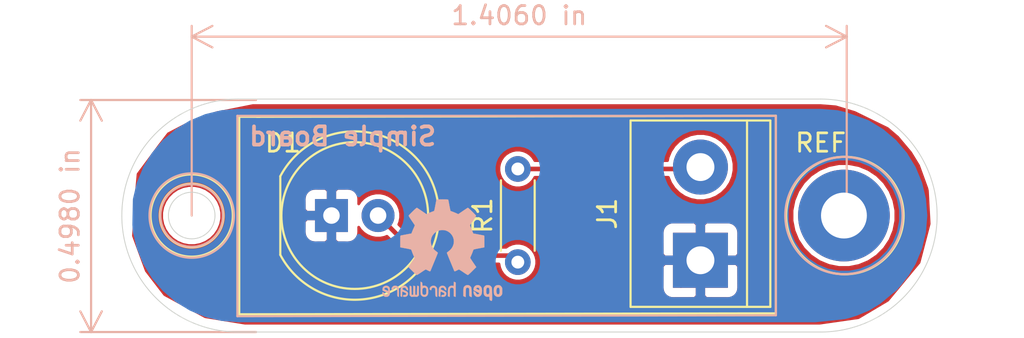
<source format=kicad_pcb>
(kicad_pcb (version 20171130) (host pcbnew "(5.1.6)-1")

  (general
    (thickness 1.6)
    (drawings 23)
    (tracks 118)
    (zones 0)
    (modules 5)
    (nets 4)
  )

  (page A4)
  (title_block
    (title "Very Simple PCB")
    (date 2021-03-03)
    (company "Zenith Aerospace")
  )

  (layers
    (0 F.Cu signal)
    (31 B.Cu signal)
    (32 B.Adhes user)
    (33 F.Adhes user)
    (34 B.Paste user)
    (35 F.Paste user)
    (36 B.SilkS user)
    (37 F.SilkS user)
    (38 B.Mask user)
    (39 F.Mask user)
    (40 Dwgs.User user)
    (41 Cmts.User user)
    (42 Eco1.User user)
    (43 Eco2.User user)
    (44 Edge.Cuts user)
    (45 Margin user)
    (46 B.CrtYd user)
    (47 F.CrtYd user)
    (48 B.Fab user)
    (49 F.Fab user)
  )

  (setup
    (last_trace_width 0.25)
    (trace_clearance 0.2)
    (zone_clearance 0.254)
    (zone_45_only no)
    (trace_min 0.2)
    (via_size 0.8)
    (via_drill 0.4)
    (via_min_size 0.4)
    (via_min_drill 0.3)
    (uvia_size 0.3)
    (uvia_drill 0.1)
    (uvias_allowed no)
    (uvia_min_size 0.2)
    (uvia_min_drill 0.1)
    (edge_width 0.05)
    (segment_width 0.2)
    (pcb_text_width 0.3)
    (pcb_text_size 1.5 1.5)
    (mod_edge_width 0.12)
    (mod_text_size 1 1)
    (mod_text_width 0.15)
    (pad_size 5 5)
    (pad_drill 2.5)
    (pad_to_mask_clearance 0.05)
    (aux_axis_origin 0 0)
    (visible_elements 7FFFFFFF)
    (pcbplotparams
      (layerselection 0x010fc_ffffffff)
      (usegerberextensions false)
      (usegerberattributes true)
      (usegerberadvancedattributes true)
      (creategerberjobfile true)
      (excludeedgelayer true)
      (linewidth 0.100000)
      (plotframeref false)
      (viasonmask false)
      (mode 1)
      (useauxorigin false)
      (hpglpennumber 1)
      (hpglpenspeed 20)
      (hpglpendiameter 15.000000)
      (psnegative false)
      (psa4output false)
      (plotreference true)
      (plotvalue true)
      (plotinvisibletext false)
      (padsonsilk false)
      (subtractmaskfromsilk false)
      (outputformat 1)
      (mirror false)
      (drillshape 1)
      (scaleselection 1)
      (outputdirectory ""))
  )

  (net 0 "")
  (net 1 GND)
  (net 2 "Net-(D1-Pad2)")
  (net 3 +5V)

  (net_class Default "This is the default net class."
    (clearance 0.2)
    (trace_width 0.25)
    (via_dia 0.8)
    (via_drill 0.4)
    (uvia_dia 0.3)
    (uvia_drill 0.1)
    (add_net +5V)
    (add_net GND)
    (add_net "Net-(D1-Pad2)")
  )

  (module LED_THT:LED_D8.0mm (layer F.Cu) (tedit 587A3A7B) (tstamp 603FC4AB)
    (at 146.05 97.79)
    (descr "LED, diameter 8.0mm, 2 pins, http://cdn-reichelt.de/documents/datenblatt/A500/LED8MMGE_LED8MMGN_LED8MMRT%23KIN.pdf")
    (tags "LED diameter 8.0mm 2 pins")
    (path /603E7543)
    (fp_text reference D1 (at -2.6416 -3.9624) (layer F.SilkS)
      (effects (font (size 1 1) (thickness 0.15)))
    )
    (fp_text value LED (at 2.54 5.56) (layer F.Fab)
      (effects (font (size 1 1) (thickness 0.15)))
    )
    (fp_text user %R (at 1.25 0) (layer F.Fab)
      (effects (font (size 0.8 0.8) (thickness 0.2)))
    )
    (fp_arc (start 1.27 0) (end -2.79 2.141145) (angle -152.2) (layer F.SilkS) (width 0.12))
    (fp_arc (start 1.27 0) (end -2.79 -2.141145) (angle 152.2) (layer F.SilkS) (width 0.12))
    (fp_arc (start 1.27 0) (end -2.73 -2.061553) (angle 305.5) (layer F.Fab) (width 0.1))
    (fp_circle (center 1.27 0) (end 5.27 0) (layer F.Fab) (width 0.1))
    (fp_circle (center 1.27 0) (end 5.27 0) (layer F.SilkS) (width 0.12))
    (fp_line (start -2.73 -2.061553) (end -2.73 2.061553) (layer F.Fab) (width 0.1))
    (fp_line (start -2.79 -2.142) (end -2.79 2.142) (layer F.SilkS) (width 0.12))
    (fp_line (start -3.55 -4.85) (end -3.55 4.85) (layer F.CrtYd) (width 0.05))
    (fp_line (start -3.55 4.85) (end 6.1 4.85) (layer F.CrtYd) (width 0.05))
    (fp_line (start 6.1 4.85) (end 6.1 -4.85) (layer F.CrtYd) (width 0.05))
    (fp_line (start 6.1 -4.85) (end -3.55 -4.85) (layer F.CrtYd) (width 0.05))
    (pad 2 thru_hole circle (at 2.54 0) (size 1.8 1.8) (drill 0.9) (layers *.Cu *.Mask)
      (net 2 "Net-(D1-Pad2)"))
    (pad 1 thru_hole rect (at 0 0) (size 1.8 1.8) (drill 0.9) (layers *.Cu *.Mask)
      (net 1 GND))
    (model ${KISYS3DMOD}/LED_THT.3dshapes/LED_D8.0mm.wrl
      (at (xyz 0 0 0))
      (scale (xyz 1 1 1))
      (rotate (xyz 0 0 0))
    )
  )

  (module TerminalBlock:TerminalBlock_bornier-2_P5.08mm (layer F.Cu) (tedit 59FF03AB) (tstamp 604778AE)
    (at 166.1668 100.2284 90)
    (descr "simple 2-pin terminal block, pitch 5.08mm, revamped version of bornier2")
    (tags "terminal block bornier2")
    (path /60476CE8)
    (fp_text reference J1 (at 2.54 -5.08 90) (layer F.SilkS)
      (effects (font (size 1 1) (thickness 0.15)))
    )
    (fp_text value Conn_01x02_Male (at 2.54 5.08 90) (layer F.Fab)
      (effects (font (size 1 1) (thickness 0.15)))
    )
    (fp_text user %R (at 2.54 0 90) (layer F.Fab)
      (effects (font (size 1 1) (thickness 0.15)))
    )
    (fp_line (start -2.41 2.55) (end 7.49 2.55) (layer F.Fab) (width 0.1))
    (fp_line (start -2.46 -3.75) (end -2.46 3.75) (layer F.Fab) (width 0.1))
    (fp_line (start -2.46 3.75) (end 7.54 3.75) (layer F.Fab) (width 0.1))
    (fp_line (start 7.54 3.75) (end 7.54 -3.75) (layer F.Fab) (width 0.1))
    (fp_line (start 7.54 -3.75) (end -2.46 -3.75) (layer F.Fab) (width 0.1))
    (fp_line (start 7.62 2.54) (end -2.54 2.54) (layer F.SilkS) (width 0.12))
    (fp_line (start 7.62 3.81) (end 7.62 -3.81) (layer F.SilkS) (width 0.12))
    (fp_line (start 7.62 -3.81) (end -2.54 -3.81) (layer F.SilkS) (width 0.12))
    (fp_line (start -2.54 -3.81) (end -2.54 3.81) (layer F.SilkS) (width 0.12))
    (fp_line (start -2.54 3.81) (end 7.62 3.81) (layer F.SilkS) (width 0.12))
    (fp_line (start -2.71 -4) (end 7.79 -4) (layer F.CrtYd) (width 0.05))
    (fp_line (start -2.71 -4) (end -2.71 4) (layer F.CrtYd) (width 0.05))
    (fp_line (start 7.79 4) (end 7.79 -4) (layer F.CrtYd) (width 0.05))
    (fp_line (start 7.79 4) (end -2.71 4) (layer F.CrtYd) (width 0.05))
    (pad 2 thru_hole circle (at 5.08 0 90) (size 3 3) (drill 1.52) (layers *.Cu *.Mask)
      (net 3 +5V))
    (pad 1 thru_hole rect (at 0 0 90) (size 3 3) (drill 1.52) (layers *.Cu *.Mask)
      (net 1 GND))
    (model ${KISYS3DMOD}/TerminalBlock.3dshapes/TerminalBlock_bornier-2_P5.08mm.wrl
      (offset (xyz 2.539999961853027 0 0))
      (scale (xyz 1 1 1))
      (rotate (xyz 0 0 0))
    )
  )

  (module Symbol:OSHW-Logo2_7.3x6mm_SilkScreen (layer B.Cu) (tedit 0) (tstamp 60416CB7)
    (at 152.0952 99.6696 180)
    (descr "Open Source Hardware Symbol")
    (tags "Logo Symbol OSHW")
    (attr virtual)
    (fp_text reference REF** (at 0 0) (layer B.SilkS) hide
      (effects (font (size 1 1) (thickness 0.15)) (justify mirror))
    )
    (fp_text value OSHW-Logo2_7.3x6mm_SilkScreen (at 0.75 0) (layer B.Fab) hide
      (effects (font (size 1 1) (thickness 0.15)) (justify mirror))
    )
    (fp_poly (pts (xy 0.10391 2.757652) (xy 0.182454 2.757222) (xy 0.239298 2.756058) (xy 0.278105 2.753793)
      (xy 0.302538 2.75006) (xy 0.316262 2.744494) (xy 0.32294 2.736727) (xy 0.326236 2.726395)
      (xy 0.326556 2.725057) (xy 0.331562 2.700921) (xy 0.340829 2.653299) (xy 0.353392 2.587259)
      (xy 0.368287 2.507872) (xy 0.384551 2.420204) (xy 0.385119 2.417125) (xy 0.40141 2.331211)
      (xy 0.416652 2.255304) (xy 0.429861 2.193955) (xy 0.440054 2.151718) (xy 0.446248 2.133145)
      (xy 0.446543 2.132816) (xy 0.464788 2.123747) (xy 0.502405 2.108633) (xy 0.551271 2.090738)
      (xy 0.551543 2.090642) (xy 0.613093 2.067507) (xy 0.685657 2.038035) (xy 0.754057 2.008403)
      (xy 0.757294 2.006938) (xy 0.868702 1.956374) (xy 1.115399 2.12484) (xy 1.191077 2.176197)
      (xy 1.259631 2.222111) (xy 1.317088 2.25997) (xy 1.359476 2.287163) (xy 1.382825 2.301079)
      (xy 1.385042 2.302111) (xy 1.40201 2.297516) (xy 1.433701 2.275345) (xy 1.481352 2.234553)
      (xy 1.546198 2.174095) (xy 1.612397 2.109773) (xy 1.676214 2.046388) (xy 1.733329 1.988549)
      (xy 1.780305 1.939825) (xy 1.813703 1.90379) (xy 1.830085 1.884016) (xy 1.830694 1.882998)
      (xy 1.832505 1.869428) (xy 1.825683 1.847267) (xy 1.80854 1.813522) (xy 1.779393 1.7652)
      (xy 1.736555 1.699308) (xy 1.679448 1.614483) (xy 1.628766 1.539823) (xy 1.583461 1.47286)
      (xy 1.54615 1.417484) (xy 1.519452 1.37758) (xy 1.505985 1.357038) (xy 1.505137 1.355644)
      (xy 1.506781 1.335962) (xy 1.519245 1.297707) (xy 1.540048 1.248111) (xy 1.547462 1.232272)
      (xy 1.579814 1.16171) (xy 1.614328 1.081647) (xy 1.642365 1.012371) (xy 1.662568 0.960955)
      (xy 1.678615 0.921881) (xy 1.687888 0.901459) (xy 1.689041 0.899886) (xy 1.706096 0.897279)
      (xy 1.746298 0.890137) (xy 1.804302 0.879477) (xy 1.874763 0.866315) (xy 1.952335 0.851667)
      (xy 2.031672 0.836551) (xy 2.107431 0.821982) (xy 2.174264 0.808978) (xy 2.226828 0.798555)
      (xy 2.259776 0.79173) (xy 2.267857 0.789801) (xy 2.276205 0.785038) (xy 2.282506 0.774282)
      (xy 2.287045 0.753902) (xy 2.290104 0.720266) (xy 2.291967 0.669745) (xy 2.292918 0.598708)
      (xy 2.29324 0.503524) (xy 2.293257 0.464508) (xy 2.293257 0.147201) (xy 2.217057 0.132161)
      (xy 2.174663 0.124005) (xy 2.1114 0.112101) (xy 2.034962 0.097884) (xy 1.953043 0.08279)
      (xy 1.9304 0.078645) (xy 1.854806 0.063947) (xy 1.788953 0.049495) (xy 1.738366 0.036625)
      (xy 1.708574 0.026678) (xy 1.703612 0.023713) (xy 1.691426 0.002717) (xy 1.673953 -0.037967)
      (xy 1.654577 -0.090322) (xy 1.650734 -0.1016) (xy 1.625339 -0.171523) (xy 1.593817 -0.250418)
      (xy 1.562969 -0.321266) (xy 1.562817 -0.321595) (xy 1.511447 -0.432733) (xy 1.680399 -0.681253)
      (xy 1.849352 -0.929772) (xy 1.632429 -1.147058) (xy 1.566819 -1.211726) (xy 1.506979 -1.268733)
      (xy 1.456267 -1.315033) (xy 1.418046 -1.347584) (xy 1.395675 -1.363343) (xy 1.392466 -1.364343)
      (xy 1.373626 -1.356469) (xy 1.33518 -1.334578) (xy 1.28133 -1.301267) (xy 1.216276 -1.259131)
      (xy 1.14594 -1.211943) (xy 1.074555 -1.16381) (xy 1.010908 -1.121928) (xy 0.959041 -1.088871)
      (xy 0.922995 -1.067218) (xy 0.906867 -1.059543) (xy 0.887189 -1.066037) (xy 0.849875 -1.08315)
      (xy 0.802621 -1.107326) (xy 0.797612 -1.110013) (xy 0.733977 -1.141927) (xy 0.690341 -1.157579)
      (xy 0.663202 -1.157745) (xy 0.649057 -1.143204) (xy 0.648975 -1.143) (xy 0.641905 -1.125779)
      (xy 0.625042 -1.084899) (xy 0.599695 -1.023525) (xy 0.567171 -0.944819) (xy 0.528778 -0.851947)
      (xy 0.485822 -0.748072) (xy 0.444222 -0.647502) (xy 0.398504 -0.536516) (xy 0.356526 -0.433703)
      (xy 0.319548 -0.342215) (xy 0.288827 -0.265201) (xy 0.265622 -0.205815) (xy 0.25119 -0.167209)
      (xy 0.246743 -0.1528) (xy 0.257896 -0.136272) (xy 0.287069 -0.10993) (xy 0.325971 -0.080887)
      (xy 0.436757 0.010961) (xy 0.523351 0.116241) (xy 0.584716 0.232734) (xy 0.619815 0.358224)
      (xy 0.627608 0.490493) (xy 0.621943 0.551543) (xy 0.591078 0.678205) (xy 0.53792 0.790059)
      (xy 0.465767 0.885999) (xy 0.377917 0.964924) (xy 0.277665 1.02573) (xy 0.16831 1.067313)
      (xy 0.053147 1.088572) (xy -0.064525 1.088401) (xy -0.18141 1.065699) (xy -0.294211 1.019362)
      (xy -0.399631 0.948287) (xy -0.443632 0.908089) (xy -0.528021 0.804871) (xy -0.586778 0.692075)
      (xy -0.620296 0.57299) (xy -0.628965 0.450905) (xy -0.613177 0.329107) (xy -0.573322 0.210884)
      (xy -0.509793 0.099525) (xy -0.422979 -0.001684) (xy -0.325971 -0.080887) (xy -0.285563 -0.111162)
      (xy -0.257018 -0.137219) (xy -0.246743 -0.152825) (xy -0.252123 -0.169843) (xy -0.267425 -0.2105)
      (xy -0.291388 -0.271642) (xy -0.322756 -0.350119) (xy -0.360268 -0.44278) (xy -0.402667 -0.546472)
      (xy -0.444337 -0.647526) (xy -0.49031 -0.758607) (xy -0.532893 -0.861541) (xy -0.570779 -0.953165)
      (xy -0.60266 -1.030316) (xy -0.627229 -1.089831) (xy -0.64318 -1.128544) (xy -0.64909 -1.143)
      (xy -0.663052 -1.157685) (xy -0.69006 -1.157642) (xy -0.733587 -1.142099) (xy -0.79711 -1.110284)
      (xy -0.797612 -1.110013) (xy -0.84544 -1.085323) (xy -0.884103 -1.067338) (xy -0.905905 -1.059614)
      (xy -0.906867 -1.059543) (xy -0.923279 -1.067378) (xy -0.959513 -1.089165) (xy -1.011526 -1.122328)
      (xy -1.075275 -1.164291) (xy -1.14594 -1.211943) (xy -1.217884 -1.260191) (xy -1.282726 -1.302151)
      (xy -1.336265 -1.335227) (xy -1.374303 -1.356821) (xy -1.392467 -1.364343) (xy -1.409192 -1.354457)
      (xy -1.44282 -1.326826) (xy -1.48999 -1.284495) (xy -1.547342 -1.230505) (xy -1.611516 -1.167899)
      (xy -1.632503 -1.146983) (xy -1.849501 -0.929623) (xy -1.684332 -0.68722) (xy -1.634136 -0.612781)
      (xy -1.590081 -0.545972) (xy -1.554638 -0.490665) (xy -1.530281 -0.450729) (xy -1.519478 -0.430036)
      (xy -1.519162 -0.428563) (xy -1.524857 -0.409058) (xy -1.540174 -0.369822) (xy -1.562463 -0.31743)
      (xy -1.578107 -0.282355) (xy -1.607359 -0.215201) (xy -1.634906 -0.147358) (xy -1.656263 -0.090034)
      (xy -1.662065 -0.072572) (xy -1.678548 -0.025938) (xy -1.69466 0.010095) (xy -1.70351 0.023713)
      (xy -1.72304 0.032048) (xy -1.765666 0.043863) (xy -1.825855 0.057819) (xy -1.898078 0.072578)
      (xy -1.9304 0.078645) (xy -2.012478 0.093727) (xy -2.091205 0.108331) (xy -2.158891 0.12102)
      (xy -2.20784 0.130358) (xy -2.217057 0.132161) (xy -2.293257 0.147201) (xy -2.293257 0.464508)
      (xy -2.293086 0.568846) (xy -2.292384 0.647787) (xy -2.290866 0.704962) (xy -2.288251 0.744001)
      (xy -2.284254 0.768535) (xy -2.278591 0.782195) (xy -2.27098 0.788611) (xy -2.267857 0.789801)
      (xy -2.249022 0.79402) (xy -2.207412 0.802438) (xy -2.14837 0.814039) (xy -2.077243 0.827805)
      (xy -1.999375 0.84272) (xy -1.920113 0.857768) (xy -1.844802 0.871931) (xy -1.778787 0.884194)
      (xy -1.727413 0.893539) (xy -1.696025 0.89895) (xy -1.689041 0.899886) (xy -1.682715 0.912404)
      (xy -1.66871 0.945754) (xy -1.649645 0.993623) (xy -1.642366 1.012371) (xy -1.613004 1.084805)
      (xy -1.578429 1.16483) (xy -1.547463 1.232272) (xy -1.524677 1.283841) (xy -1.509518 1.326215)
      (xy -1.504458 1.352166) (xy -1.505264 1.355644) (xy -1.515959 1.372064) (xy -1.54038 1.408583)
      (xy -1.575905 1.461313) (xy -1.619913 1.526365) (xy -1.669783 1.599849) (xy -1.679644 1.614355)
      (xy -1.737508 1.700296) (xy -1.780044 1.765739) (xy -1.808946 1.813696) (xy -1.82591 1.84718)
      (xy -1.832633 1.869205) (xy -1.83081 1.882783) (xy -1.830764 1.882869) (xy -1.816414 1.900703)
      (xy -1.784677 1.935183) (xy -1.73899 1.982732) (xy -1.682796 2.039778) (xy -1.619532 2.102745)
      (xy -1.612398 2.109773) (xy -1.53267 2.18698) (xy -1.471143 2.24367) (xy -1.426579 2.28089)
      (xy -1.397743 2.299685) (xy -1.385042 2.302111) (xy -1.366506 2.291529) (xy -1.328039 2.267084)
      (xy -1.273614 2.231388) (xy -1.207202 2.187053) (xy -1.132775 2.136689) (xy -1.115399 2.12484)
      (xy -0.868703 1.956374) (xy -0.757294 2.006938) (xy -0.689543 2.036405) (xy -0.616817 2.066041)
      (xy -0.554297 2.08967) (xy -0.551543 2.090642) (xy -0.50264 2.108543) (xy -0.464943 2.12368)
      (xy -0.446575 2.13279) (xy -0.446544 2.132816) (xy -0.440715 2.149283) (xy -0.430808 2.189781)
      (xy -0.417805 2.249758) (xy -0.402691 2.32466) (xy -0.386448 2.409936) (xy -0.385119 2.417125)
      (xy -0.368825 2.504986) (xy -0.353867 2.58474) (xy -0.341209 2.651319) (xy -0.331814 2.699653)
      (xy -0.326646 2.724675) (xy -0.326556 2.725057) (xy -0.323411 2.735701) (xy -0.317296 2.743738)
      (xy -0.304547 2.749533) (xy -0.2815 2.753453) (xy -0.244491 2.755865) (xy -0.189856 2.757135)
      (xy -0.113933 2.757629) (xy -0.013056 2.757714) (xy 0 2.757714) (xy 0.10391 2.757652)) (layer B.SilkS) (width 0.01))
    (fp_poly (pts (xy 3.153595 -1.966966) (xy 3.211021 -2.004497) (xy 3.238719 -2.038096) (xy 3.260662 -2.099064)
      (xy 3.262405 -2.147308) (xy 3.258457 -2.211816) (xy 3.109686 -2.276934) (xy 3.037349 -2.310202)
      (xy 2.990084 -2.336964) (xy 2.965507 -2.360144) (xy 2.961237 -2.382667) (xy 2.974889 -2.407455)
      (xy 2.989943 -2.423886) (xy 3.033746 -2.450235) (xy 3.081389 -2.452081) (xy 3.125145 -2.431546)
      (xy 3.157289 -2.390752) (xy 3.163038 -2.376347) (xy 3.190576 -2.331356) (xy 3.222258 -2.312182)
      (xy 3.265714 -2.295779) (xy 3.265714 -2.357966) (xy 3.261872 -2.400283) (xy 3.246823 -2.435969)
      (xy 3.21528 -2.476943) (xy 3.210592 -2.482267) (xy 3.175506 -2.51872) (xy 3.145347 -2.538283)
      (xy 3.107615 -2.547283) (xy 3.076335 -2.55023) (xy 3.020385 -2.550965) (xy 2.980555 -2.54166)
      (xy 2.955708 -2.527846) (xy 2.916656 -2.497467) (xy 2.889625 -2.464613) (xy 2.872517 -2.423294)
      (xy 2.863238 -2.367521) (xy 2.859693 -2.291305) (xy 2.85941 -2.252622) (xy 2.860372 -2.206247)
      (xy 2.948007 -2.206247) (xy 2.949023 -2.231126) (xy 2.951556 -2.2352) (xy 2.968274 -2.229665)
      (xy 3.004249 -2.215017) (xy 3.052331 -2.19419) (xy 3.062386 -2.189714) (xy 3.123152 -2.158814)
      (xy 3.156632 -2.131657) (xy 3.16399 -2.10622) (xy 3.146391 -2.080481) (xy 3.131856 -2.069109)
      (xy 3.07941 -2.046364) (xy 3.030322 -2.050122) (xy 2.989227 -2.077884) (xy 2.960758 -2.127152)
      (xy 2.951631 -2.166257) (xy 2.948007 -2.206247) (xy 2.860372 -2.206247) (xy 2.861285 -2.162249)
      (xy 2.868196 -2.095384) (xy 2.881884 -2.046695) (xy 2.904096 -2.010849) (xy 2.936574 -1.982513)
      (xy 2.950733 -1.973355) (xy 3.015053 -1.949507) (xy 3.085473 -1.948006) (xy 3.153595 -1.966966)) (layer B.SilkS) (width 0.01))
    (fp_poly (pts (xy 2.6526 -1.958752) (xy 2.669948 -1.966334) (xy 2.711356 -1.999128) (xy 2.746765 -2.046547)
      (xy 2.768664 -2.097151) (xy 2.772229 -2.122098) (xy 2.760279 -2.156927) (xy 2.734067 -2.175357)
      (xy 2.705964 -2.186516) (xy 2.693095 -2.188572) (xy 2.686829 -2.173649) (xy 2.674456 -2.141175)
      (xy 2.669028 -2.126502) (xy 2.63859 -2.075744) (xy 2.59452 -2.050427) (xy 2.53801 -2.051206)
      (xy 2.533825 -2.052203) (xy 2.503655 -2.066507) (xy 2.481476 -2.094393) (xy 2.466327 -2.139287)
      (xy 2.45725 -2.204615) (xy 2.453286 -2.293804) (xy 2.452914 -2.341261) (xy 2.45273 -2.416071)
      (xy 2.451522 -2.467069) (xy 2.448309 -2.499471) (xy 2.442109 -2.518495) (xy 2.43194 -2.529356)
      (xy 2.416819 -2.537272) (xy 2.415946 -2.53767) (xy 2.386828 -2.549981) (xy 2.372403 -2.554514)
      (xy 2.370186 -2.540809) (xy 2.368289 -2.502925) (xy 2.366847 -2.445715) (xy 2.365998 -2.374027)
      (xy 2.365829 -2.321565) (xy 2.366692 -2.220047) (xy 2.37007 -2.143032) (xy 2.377142 -2.086023)
      (xy 2.389088 -2.044526) (xy 2.40709 -2.014043) (xy 2.432327 -1.99008) (xy 2.457247 -1.973355)
      (xy 2.517171 -1.951097) (xy 2.586911 -1.946076) (xy 2.6526 -1.958752)) (layer B.SilkS) (width 0.01))
    (fp_poly (pts (xy 2.144876 -1.956335) (xy 2.186667 -1.975344) (xy 2.219469 -1.998378) (xy 2.243503 -2.024133)
      (xy 2.260097 -2.057358) (xy 2.270577 -2.1028) (xy 2.276271 -2.165207) (xy 2.278507 -2.249327)
      (xy 2.278743 -2.304721) (xy 2.278743 -2.520826) (xy 2.241774 -2.53767) (xy 2.212656 -2.549981)
      (xy 2.198231 -2.554514) (xy 2.195472 -2.541025) (xy 2.193282 -2.504653) (xy 2.191942 -2.451542)
      (xy 2.191657 -2.409372) (xy 2.190434 -2.348447) (xy 2.187136 -2.300115) (xy 2.182321 -2.270518)
      (xy 2.178496 -2.264229) (xy 2.152783 -2.270652) (xy 2.112418 -2.287125) (xy 2.065679 -2.309458)
      (xy 2.020845 -2.333457) (xy 1.986193 -2.35493) (xy 1.970002 -2.369685) (xy 1.969938 -2.369845)
      (xy 1.97133 -2.397152) (xy 1.983818 -2.423219) (xy 2.005743 -2.444392) (xy 2.037743 -2.451474)
      (xy 2.065092 -2.450649) (xy 2.103826 -2.450042) (xy 2.124158 -2.459116) (xy 2.136369 -2.483092)
      (xy 2.137909 -2.487613) (xy 2.143203 -2.521806) (xy 2.129047 -2.542568) (xy 2.092148 -2.552462)
      (xy 2.052289 -2.554292) (xy 1.980562 -2.540727) (xy 1.943432 -2.521355) (xy 1.897576 -2.475845)
      (xy 1.873256 -2.419983) (xy 1.871073 -2.360957) (xy 1.891629 -2.305953) (xy 1.922549 -2.271486)
      (xy 1.95342 -2.252189) (xy 2.001942 -2.227759) (xy 2.058485 -2.202985) (xy 2.06791 -2.199199)
      (xy 2.130019 -2.171791) (xy 2.165822 -2.147634) (xy 2.177337 -2.123619) (xy 2.16658 -2.096635)
      (xy 2.148114 -2.075543) (xy 2.104469 -2.049572) (xy 2.056446 -2.047624) (xy 2.012406 -2.067637)
      (xy 1.980709 -2.107551) (xy 1.976549 -2.117848) (xy 1.952327 -2.155724) (xy 1.916965 -2.183842)
      (xy 1.872343 -2.206917) (xy 1.872343 -2.141485) (xy 1.874969 -2.101506) (xy 1.88623 -2.069997)
      (xy 1.911199 -2.036378) (xy 1.935169 -2.010484) (xy 1.972441 -1.973817) (xy 2.001401 -1.954121)
      (xy 2.032505 -1.94622) (xy 2.067713 -1.944914) (xy 2.144876 -1.956335)) (layer B.SilkS) (width 0.01))
    (fp_poly (pts (xy 1.779833 -1.958663) (xy 1.782048 -1.99685) (xy 1.783784 -2.054886) (xy 1.784899 -2.12818)
      (xy 1.785257 -2.205055) (xy 1.785257 -2.465196) (xy 1.739326 -2.511127) (xy 1.707675 -2.539429)
      (xy 1.67989 -2.550893) (xy 1.641915 -2.550168) (xy 1.62684 -2.548321) (xy 1.579726 -2.542948)
      (xy 1.540756 -2.539869) (xy 1.531257 -2.539585) (xy 1.499233 -2.541445) (xy 1.453432 -2.546114)
      (xy 1.435674 -2.548321) (xy 1.392057 -2.551735) (xy 1.362745 -2.54432) (xy 1.33368 -2.521427)
      (xy 1.323188 -2.511127) (xy 1.277257 -2.465196) (xy 1.277257 -1.978602) (xy 1.314226 -1.961758)
      (xy 1.346059 -1.949282) (xy 1.364683 -1.944914) (xy 1.369458 -1.958718) (xy 1.373921 -1.997286)
      (xy 1.377775 -2.056356) (xy 1.380722 -2.131663) (xy 1.382143 -2.195286) (xy 1.386114 -2.445657)
      (xy 1.420759 -2.450556) (xy 1.452268 -2.447131) (xy 1.467708 -2.436041) (xy 1.472023 -2.415308)
      (xy 1.475708 -2.371145) (xy 1.478469 -2.309146) (xy 1.480012 -2.234909) (xy 1.480235 -2.196706)
      (xy 1.480457 -1.976783) (xy 1.526166 -1.960849) (xy 1.558518 -1.950015) (xy 1.576115 -1.944962)
      (xy 1.576623 -1.944914) (xy 1.578388 -1.958648) (xy 1.580329 -1.99673) (xy 1.582282 -2.054482)
      (xy 1.584084 -2.127227) (xy 1.585343 -2.195286) (xy 1.589314 -2.445657) (xy 1.6764 -2.445657)
      (xy 1.680396 -2.21724) (xy 1.684392 -1.988822) (xy 1.726847 -1.966868) (xy 1.758192 -1.951793)
      (xy 1.776744 -1.944951) (xy 1.777279 -1.944914) (xy 1.779833 -1.958663)) (layer B.SilkS) (width 0.01))
    (fp_poly (pts (xy 1.190117 -2.065358) (xy 1.189933 -2.173837) (xy 1.189219 -2.257287) (xy 1.187675 -2.319704)
      (xy 1.185001 -2.365085) (xy 1.180894 -2.397429) (xy 1.175055 -2.420733) (xy 1.167182 -2.438995)
      (xy 1.161221 -2.449418) (xy 1.111855 -2.505945) (xy 1.049264 -2.541377) (xy 0.980013 -2.55409)
      (xy 0.910668 -2.542463) (xy 0.869375 -2.521568) (xy 0.826025 -2.485422) (xy 0.796481 -2.441276)
      (xy 0.778655 -2.383462) (xy 0.770463 -2.306313) (xy 0.769302 -2.249714) (xy 0.769458 -2.245647)
      (xy 0.870857 -2.245647) (xy 0.871476 -2.31055) (xy 0.874314 -2.353514) (xy 0.88084 -2.381622)
      (xy 0.892523 -2.401953) (xy 0.906483 -2.417288) (xy 0.953365 -2.44689) (xy 1.003701 -2.449419)
      (xy 1.051276 -2.424705) (xy 1.054979 -2.421356) (xy 1.070783 -2.403935) (xy 1.080693 -2.383209)
      (xy 1.086058 -2.352362) (xy 1.088228 -2.304577) (xy 1.088571 -2.251748) (xy 1.087827 -2.185381)
      (xy 1.084748 -2.141106) (xy 1.078061 -2.112009) (xy 1.066496 -2.091173) (xy 1.057013 -2.080107)
      (xy 1.01296 -2.052198) (xy 0.962224 -2.048843) (xy 0.913796 -2.070159) (xy 0.90445 -2.078073)
      (xy 0.88854 -2.095647) (xy 0.87861 -2.116587) (xy 0.873278 -2.147782) (xy 0.871163 -2.196122)
      (xy 0.870857 -2.245647) (xy 0.769458 -2.245647) (xy 0.77281 -2.158568) (xy 0.784726 -2.090086)
      (xy 0.807135 -2.0386) (xy 0.842124 -1.998443) (xy 0.869375 -1.977861) (xy 0.918907 -1.955625)
      (xy 0.976316 -1.945304) (xy 1.029682 -1.948067) (xy 1.059543 -1.959212) (xy 1.071261 -1.962383)
      (xy 1.079037 -1.950557) (xy 1.084465 -1.918866) (xy 1.088571 -1.870593) (xy 1.093067 -1.816829)
      (xy 1.099313 -1.784482) (xy 1.110676 -1.765985) (xy 1.130528 -1.75377) (xy 1.143 -1.748362)
      (xy 1.190171 -1.728601) (xy 1.190117 -2.065358)) (layer B.SilkS) (width 0.01))
    (fp_poly (pts (xy 0.529926 -1.949755) (xy 0.595858 -1.974084) (xy 0.649273 -2.017117) (xy 0.670164 -2.047409)
      (xy 0.692939 -2.102994) (xy 0.692466 -2.143186) (xy 0.668562 -2.170217) (xy 0.659717 -2.174813)
      (xy 0.62153 -2.189144) (xy 0.602028 -2.185472) (xy 0.595422 -2.161407) (xy 0.595086 -2.148114)
      (xy 0.582992 -2.09921) (xy 0.551471 -2.064999) (xy 0.507659 -2.048476) (xy 0.458695 -2.052634)
      (xy 0.418894 -2.074227) (xy 0.40545 -2.086544) (xy 0.395921 -2.101487) (xy 0.389485 -2.124075)
      (xy 0.385317 -2.159328) (xy 0.382597 -2.212266) (xy 0.380502 -2.287907) (xy 0.37996 -2.311857)
      (xy 0.377981 -2.39379) (xy 0.375731 -2.451455) (xy 0.372357 -2.489608) (xy 0.367006 -2.513004)
      (xy 0.358824 -2.526398) (xy 0.346959 -2.534545) (xy 0.339362 -2.538144) (xy 0.307102 -2.550452)
      (xy 0.288111 -2.554514) (xy 0.281836 -2.540948) (xy 0.278006 -2.499934) (xy 0.2766 -2.430999)
      (xy 0.277598 -2.333669) (xy 0.277908 -2.318657) (xy 0.280101 -2.229859) (xy 0.282693 -2.165019)
      (xy 0.286382 -2.119067) (xy 0.291864 -2.086935) (xy 0.299835 -2.063553) (xy 0.310993 -2.043852)
      (xy 0.31683 -2.03541) (xy 0.350296 -1.998057) (xy 0.387727 -1.969003) (xy 0.392309 -1.966467)
      (xy 0.459426 -1.946443) (xy 0.529926 -1.949755)) (layer B.SilkS) (width 0.01))
    (fp_poly (pts (xy 0.039744 -1.950968) (xy 0.096616 -1.972087) (xy 0.097267 -1.972493) (xy 0.13244 -1.99838)
      (xy 0.158407 -2.028633) (xy 0.17667 -2.068058) (xy 0.188732 -2.121462) (xy 0.196096 -2.193651)
      (xy 0.200264 -2.289432) (xy 0.200629 -2.303078) (xy 0.205876 -2.508842) (xy 0.161716 -2.531678)
      (xy 0.129763 -2.54711) (xy 0.11047 -2.554423) (xy 0.109578 -2.554514) (xy 0.106239 -2.541022)
      (xy 0.103587 -2.504626) (xy 0.101956 -2.451452) (xy 0.1016 -2.408393) (xy 0.101592 -2.338641)
      (xy 0.098403 -2.294837) (xy 0.087288 -2.273944) (xy 0.063501 -2.272925) (xy 0.022296 -2.288741)
      (xy -0.039914 -2.317815) (xy -0.085659 -2.341963) (xy -0.109187 -2.362913) (xy -0.116104 -2.385747)
      (xy -0.116114 -2.386877) (xy -0.104701 -2.426212) (xy -0.070908 -2.447462) (xy -0.019191 -2.450539)
      (xy 0.018061 -2.450006) (xy 0.037703 -2.460735) (xy 0.049952 -2.486505) (xy 0.057002 -2.519337)
      (xy 0.046842 -2.537966) (xy 0.043017 -2.540632) (xy 0.007001 -2.55134) (xy -0.043434 -2.552856)
      (xy -0.095374 -2.545759) (xy -0.132178 -2.532788) (xy -0.183062 -2.489585) (xy -0.211986 -2.429446)
      (xy -0.217714 -2.382462) (xy -0.213343 -2.340082) (xy -0.197525 -2.305488) (xy -0.166203 -2.274763)
      (xy -0.115322 -2.24399) (xy -0.040824 -2.209252) (xy -0.036286 -2.207288) (xy 0.030821 -2.176287)
      (xy 0.072232 -2.150862) (xy 0.089981 -2.128014) (xy 0.086107 -2.104745) (xy 0.062643 -2.078056)
      (xy 0.055627 -2.071914) (xy 0.00863 -2.0481) (xy -0.040067 -2.049103) (xy -0.082478 -2.072451)
      (xy -0.110616 -2.115675) (xy -0.113231 -2.12416) (xy -0.138692 -2.165308) (xy -0.170999 -2.185128)
      (xy -0.217714 -2.20477) (xy -0.217714 -2.15395) (xy -0.203504 -2.080082) (xy -0.161325 -2.012327)
      (xy -0.139376 -1.989661) (xy -0.089483 -1.960569) (xy -0.026033 -1.9474) (xy 0.039744 -1.950968)) (layer B.SilkS) (width 0.01))
    (fp_poly (pts (xy -0.624114 -1.851289) (xy -0.619861 -1.910613) (xy -0.614975 -1.945572) (xy -0.608205 -1.96082)
      (xy -0.598298 -1.961015) (xy -0.595086 -1.959195) (xy -0.552356 -1.946015) (xy -0.496773 -1.946785)
      (xy -0.440263 -1.960333) (xy -0.404918 -1.977861) (xy -0.368679 -2.005861) (xy -0.342187 -2.037549)
      (xy -0.324001 -2.077813) (xy -0.312678 -2.131543) (xy -0.306778 -2.203626) (xy -0.304857 -2.298951)
      (xy -0.304823 -2.317237) (xy -0.3048 -2.522646) (xy -0.350509 -2.53858) (xy -0.382973 -2.54942)
      (xy -0.400785 -2.554468) (xy -0.401309 -2.554514) (xy -0.403063 -2.540828) (xy -0.404556 -2.503076)
      (xy -0.405674 -2.446224) (xy -0.406303 -2.375234) (xy -0.4064 -2.332073) (xy -0.406602 -2.246973)
      (xy -0.407642 -2.185981) (xy -0.410169 -2.144177) (xy -0.414836 -2.116642) (xy -0.422293 -2.098456)
      (xy -0.433189 -2.084698) (xy -0.439993 -2.078073) (xy -0.486728 -2.051375) (xy -0.537728 -2.049375)
      (xy -0.583999 -2.071955) (xy -0.592556 -2.080107) (xy -0.605107 -2.095436) (xy -0.613812 -2.113618)
      (xy -0.619369 -2.139909) (xy -0.622474 -2.179562) (xy -0.623824 -2.237832) (xy -0.624114 -2.318173)
      (xy -0.624114 -2.522646) (xy -0.669823 -2.53858) (xy -0.702287 -2.54942) (xy -0.720099 -2.554468)
      (xy -0.720623 -2.554514) (xy -0.721963 -2.540623) (xy -0.723172 -2.501439) (xy -0.724199 -2.4407)
      (xy -0.724998 -2.362141) (xy -0.725519 -2.269498) (xy -0.725714 -2.166509) (xy -0.725714 -1.769342)
      (xy -0.678543 -1.749444) (xy -0.631371 -1.729547) (xy -0.624114 -1.851289)) (layer B.SilkS) (width 0.01))
    (fp_poly (pts (xy -1.831697 -1.931239) (xy -1.774473 -1.969735) (xy -1.730251 -2.025335) (xy -1.703833 -2.096086)
      (xy -1.69849 -2.148162) (xy -1.699097 -2.169893) (xy -1.704178 -2.186531) (xy -1.718145 -2.201437)
      (xy -1.745411 -2.217973) (xy -1.790388 -2.239498) (xy -1.857489 -2.269374) (xy -1.857829 -2.269524)
      (xy -1.919593 -2.297813) (xy -1.970241 -2.322933) (xy -2.004596 -2.342179) (xy -2.017482 -2.352848)
      (xy -2.017486 -2.352934) (xy -2.006128 -2.376166) (xy -1.979569 -2.401774) (xy -1.949077 -2.420221)
      (xy -1.93363 -2.423886) (xy -1.891485 -2.411212) (xy -1.855192 -2.379471) (xy -1.837483 -2.344572)
      (xy -1.820448 -2.318845) (xy -1.787078 -2.289546) (xy -1.747851 -2.264235) (xy -1.713244 -2.250471)
      (xy -1.706007 -2.249714) (xy -1.697861 -2.26216) (xy -1.69737 -2.293972) (xy -1.703357 -2.336866)
      (xy -1.714643 -2.382558) (xy -1.73005 -2.422761) (xy -1.730829 -2.424322) (xy -1.777196 -2.489062)
      (xy -1.837289 -2.533097) (xy -1.905535 -2.554711) (xy -1.976362 -2.552185) (xy -2.044196 -2.523804)
      (xy -2.047212 -2.521808) (xy -2.100573 -2.473448) (xy -2.13566 -2.410352) (xy -2.155078 -2.327387)
      (xy -2.157684 -2.304078) (xy -2.162299 -2.194055) (xy -2.156767 -2.142748) (xy -2.017486 -2.142748)
      (xy -2.015676 -2.174753) (xy -2.005778 -2.184093) (xy -1.981102 -2.177105) (xy -1.942205 -2.160587)
      (xy -1.898725 -2.139881) (xy -1.897644 -2.139333) (xy -1.860791 -2.119949) (xy -1.846 -2.107013)
      (xy -1.849647 -2.093451) (xy -1.865005 -2.075632) (xy -1.904077 -2.049845) (xy -1.946154 -2.04795)
      (xy -1.983897 -2.066717) (xy -2.009966 -2.102915) (xy -2.017486 -2.142748) (xy -2.156767 -2.142748)
      (xy -2.152806 -2.106027) (xy -2.12845 -2.036212) (xy -2.094544 -1.987302) (xy -2.033347 -1.937878)
      (xy -1.965937 -1.913359) (xy -1.89712 -1.911797) (xy -1.831697 -1.931239)) (layer B.SilkS) (width 0.01))
    (fp_poly (pts (xy -2.958885 -1.921962) (xy -2.890855 -1.957733) (xy -2.840649 -2.015301) (xy -2.822815 -2.052312)
      (xy -2.808937 -2.107882) (xy -2.801833 -2.178096) (xy -2.80116 -2.254727) (xy -2.806573 -2.329552)
      (xy -2.81773 -2.394342) (xy -2.834286 -2.440873) (xy -2.839374 -2.448887) (xy -2.899645 -2.508707)
      (xy -2.971231 -2.544535) (xy -3.048908 -2.55502) (xy -3.127452 -2.53881) (xy -3.149311 -2.529092)
      (xy -3.191878 -2.499143) (xy -3.229237 -2.459433) (xy -3.232768 -2.454397) (xy -3.247119 -2.430124)
      (xy -3.256606 -2.404178) (xy -3.26221 -2.370022) (xy -3.264914 -2.321119) (xy -3.265701 -2.250935)
      (xy -3.265714 -2.2352) (xy -3.265678 -2.230192) (xy -3.120571 -2.230192) (xy -3.119727 -2.29643)
      (xy -3.116404 -2.340386) (xy -3.109417 -2.368779) (xy -3.097584 -2.388325) (xy -3.091543 -2.394857)
      (xy -3.056814 -2.41968) (xy -3.023097 -2.418548) (xy -2.989005 -2.397016) (xy -2.968671 -2.374029)
      (xy -2.956629 -2.340478) (xy -2.949866 -2.287569) (xy -2.949402 -2.281399) (xy -2.948248 -2.185513)
      (xy -2.960312 -2.114299) (xy -2.98543 -2.068194) (xy -3.02344 -2.047635) (xy -3.037008 -2.046514)
      (xy -3.072636 -2.052152) (xy -3.097006 -2.071686) (xy -3.111907 -2.109042) (xy -3.119125 -2.16815)
      (xy -3.120571 -2.230192) (xy -3.265678 -2.230192) (xy -3.265174 -2.160413) (xy -3.262904 -2.108159)
      (xy -3.257932 -2.071949) (xy -3.249287 -2.045299) (xy -3.235995 -2.021722) (xy -3.233057 -2.017338)
      (xy -3.183687 -1.958249) (xy -3.129891 -1.923947) (xy -3.064398 -1.910331) (xy -3.042158 -1.909665)
      (xy -2.958885 -1.921962)) (layer B.SilkS) (width 0.01))
    (fp_poly (pts (xy -1.283907 -1.92778) (xy -1.237328 -1.954723) (xy -1.204943 -1.981466) (xy -1.181258 -2.009484)
      (xy -1.164941 -2.043748) (xy -1.154661 -2.089227) (xy -1.149086 -2.150892) (xy -1.146884 -2.233711)
      (xy -1.146629 -2.293246) (xy -1.146629 -2.512391) (xy -1.208314 -2.540044) (xy -1.27 -2.567697)
      (xy -1.277257 -2.32767) (xy -1.280256 -2.238028) (xy -1.283402 -2.172962) (xy -1.287299 -2.128026)
      (xy -1.292553 -2.09877) (xy -1.299769 -2.080748) (xy -1.30955 -2.069511) (xy -1.312688 -2.067079)
      (xy -1.360239 -2.048083) (xy -1.408303 -2.0556) (xy -1.436914 -2.075543) (xy -1.448553 -2.089675)
      (xy -1.456609 -2.10822) (xy -1.461729 -2.136334) (xy -1.464559 -2.179173) (xy -1.465744 -2.241895)
      (xy -1.465943 -2.307261) (xy -1.465982 -2.389268) (xy -1.467386 -2.447316) (xy -1.472086 -2.486465)
      (xy -1.482013 -2.51178) (xy -1.499097 -2.528323) (xy -1.525268 -2.541156) (xy -1.560225 -2.554491)
      (xy -1.598404 -2.569007) (xy -1.593859 -2.311389) (xy -1.592029 -2.218519) (xy -1.589888 -2.149889)
      (xy -1.586819 -2.100711) (xy -1.582206 -2.066198) (xy -1.575432 -2.041562) (xy -1.565881 -2.022016)
      (xy -1.554366 -2.00477) (xy -1.49881 -1.94968) (xy -1.43102 -1.917822) (xy -1.357287 -1.910191)
      (xy -1.283907 -1.92778)) (layer B.SilkS) (width 0.01))
    (fp_poly (pts (xy -2.400256 -1.919918) (xy -2.344799 -1.947568) (xy -2.295852 -1.99848) (xy -2.282371 -2.017338)
      (xy -2.267686 -2.042015) (xy -2.258158 -2.068816) (xy -2.252707 -2.104587) (xy -2.250253 -2.156169)
      (xy -2.249714 -2.224267) (xy -2.252148 -2.317588) (xy -2.260606 -2.387657) (xy -2.276826 -2.439931)
      (xy -2.302546 -2.479869) (xy -2.339503 -2.512929) (xy -2.342218 -2.514886) (xy -2.37864 -2.534908)
      (xy -2.422498 -2.544815) (xy -2.478276 -2.547257) (xy -2.568952 -2.547257) (xy -2.56899 -2.635283)
      (xy -2.569834 -2.684308) (xy -2.574976 -2.713065) (xy -2.588413 -2.730311) (xy -2.614142 -2.744808)
      (xy -2.620321 -2.747769) (xy -2.649236 -2.761648) (xy -2.671624 -2.770414) (xy -2.688271 -2.771171)
      (xy -2.699964 -2.761023) (xy -2.70749 -2.737073) (xy -2.711634 -2.696426) (xy -2.713185 -2.636186)
      (xy -2.712929 -2.553455) (xy -2.711651 -2.445339) (xy -2.711252 -2.413) (xy -2.709815 -2.301524)
      (xy -2.708528 -2.228603) (xy -2.569029 -2.228603) (xy -2.568245 -2.290499) (xy -2.56476 -2.330997)
      (xy -2.556876 -2.357708) (xy -2.542895 -2.378244) (xy -2.533403 -2.38826) (xy -2.494596 -2.417567)
      (xy -2.460237 -2.419952) (xy -2.424784 -2.39575) (xy -2.423886 -2.394857) (xy -2.409461 -2.376153)
      (xy -2.400687 -2.350732) (xy -2.396261 -2.311584) (xy -2.394882 -2.251697) (xy -2.394857 -2.23843)
      (xy -2.398188 -2.155901) (xy -2.409031 -2.098691) (xy -2.42866 -2.063766) (xy -2.45835 -2.048094)
      (xy -2.475509 -2.046514) (xy -2.516234 -2.053926) (xy -2.544168 -2.07833) (xy -2.560983 -2.12298)
      (xy -2.56835 -2.19113) (xy -2.569029 -2.228603) (xy -2.708528 -2.228603) (xy -2.708292 -2.215245)
      (xy -2.706323 -2.150333) (xy -2.70355 -2.102958) (xy -2.699612 -2.06929) (xy -2.694151 -2.045498)
      (xy -2.686808 -2.027753) (xy -2.677223 -2.012224) (xy -2.673113 -2.006381) (xy -2.618595 -1.951185)
      (xy -2.549664 -1.91989) (xy -2.469928 -1.911165) (xy -2.400256 -1.919918)) (layer B.SilkS) (width 0.01))
  )

  (module MountingHole:MountingHole_2.5mm_Pad (layer F.Cu) (tedit 60415E9B) (tstamp 604154A3)
    (at 173.99 97.79)
    (descr "Mounting Hole 2.5mm")
    (tags "mounting hole 2.5mm")
    (attr virtual)
    (fp_text reference REF (at -1.27 -3.9624) (layer F.SilkS)
      (effects (font (size 1 1) (thickness 0.15)))
    )
    (fp_text value MountingHole_2.5mm_Pad (at 0 3.5) (layer F.Fab)
      (effects (font (size 1 1) (thickness 0.15)))
    )
    (fp_circle (center 0 0) (end 2.75 0) (layer F.CrtYd) (width 0.05))
    (fp_circle (center 0 0) (end 2.5 0) (layer Cmts.User) (width 0.15))
    (fp_text user %R (at 0.3 0) (layer F.Fab)
      (effects (font (size 1 1) (thickness 0.15)))
    )
    (pad 1 thru_hole circle (at 0 0) (size 5 5) (drill 2.5) (layers *.Cu *.Mask))
  )

  (module Resistor_THT:R_Axial_DIN0204_L3.6mm_D1.6mm_P5.08mm_Horizontal (layer F.Cu) (tedit 5AE5139B) (tstamp 603FC94E)
    (at 156.21 100.33 90)
    (descr "Resistor, Axial_DIN0204 series, Axial, Horizontal, pin pitch=5.08mm, 0.167W, length*diameter=3.6*1.6mm^2, http://cdn-reichelt.de/documents/datenblatt/B400/1_4W%23YAG.pdf")
    (tags "Resistor Axial_DIN0204 series Axial Horizontal pin pitch 5.08mm 0.167W length 3.6mm diameter 1.6mm")
    (path /603E86ED)
    (fp_text reference R1 (at 2.54 -1.92 90) (layer F.SilkS)
      (effects (font (size 1 1) (thickness 0.15)))
    )
    (fp_text value R (at 2.54 1.92 90) (layer F.Fab)
      (effects (font (size 1 1) (thickness 0.15)))
    )
    (fp_line (start 6.03 -1.05) (end -0.95 -1.05) (layer F.CrtYd) (width 0.05))
    (fp_line (start 6.03 1.05) (end 6.03 -1.05) (layer F.CrtYd) (width 0.05))
    (fp_line (start -0.95 1.05) (end 6.03 1.05) (layer F.CrtYd) (width 0.05))
    (fp_line (start -0.95 -1.05) (end -0.95 1.05) (layer F.CrtYd) (width 0.05))
    (fp_line (start 0.62 0.92) (end 4.46 0.92) (layer F.SilkS) (width 0.12))
    (fp_line (start 0.62 -0.92) (end 4.46 -0.92) (layer F.SilkS) (width 0.12))
    (fp_line (start 5.08 0) (end 4.34 0) (layer F.Fab) (width 0.1))
    (fp_line (start 0 0) (end 0.74 0) (layer F.Fab) (width 0.1))
    (fp_line (start 4.34 -0.8) (end 0.74 -0.8) (layer F.Fab) (width 0.1))
    (fp_line (start 4.34 0.8) (end 4.34 -0.8) (layer F.Fab) (width 0.1))
    (fp_line (start 0.74 0.8) (end 4.34 0.8) (layer F.Fab) (width 0.1))
    (fp_line (start 0.74 -0.8) (end 0.74 0.8) (layer F.Fab) (width 0.1))
    (fp_text user %R (at 2.54 0 90) (layer F.Fab)
      (effects (font (size 0.72 0.72) (thickness 0.108)))
    )
    (pad 1 thru_hole circle (at 0 0 90) (size 1.4 1.4) (drill 0.7) (layers *.Cu *.Mask)
      (net 2 "Net-(D1-Pad2)"))
    (pad 2 thru_hole oval (at 5.08 0 90) (size 1.4 1.4) (drill 0.7) (layers *.Cu *.Mask)
      (net 3 +5V))
    (model ${KISYS3DMOD}/Resistor_THT.3dshapes/R_Axial_DIN0204_L3.6mm_D1.6mm_P5.08mm_Horizontal.wrl
      (at (xyz 0 0 0))
      (scale (xyz 1 1 1))
      (rotate (xyz 0 0 0))
    )
  )

  (dimension 12.6492 (width 0.12) (layer B.SilkS)
    (gr_text "12.649 mm" (at 131.6736 97.8154 270) (layer B.SilkS)
      (effects (font (size 1 1) (thickness 0.15)))
    )
    (feature1 (pts (xy 141.9352 104.14) (xy 132.357179 104.14)))
    (feature2 (pts (xy 141.9352 91.4908) (xy 132.357179 91.4908)))
    (crossbar (pts (xy 132.9436 91.4908) (xy 132.9436 104.14)))
    (arrow1a (pts (xy 132.9436 104.14) (xy 132.357179 103.013496)))
    (arrow1b (pts (xy 132.9436 104.14) (xy 133.530021 103.013496)))
    (arrow2a (pts (xy 132.9436 91.4908) (xy 132.357179 92.617304)))
    (arrow2b (pts (xy 132.9436 91.4908) (xy 133.530021 92.617304)))
  )
  (dimension 35.7124 (width 0.12) (layer B.SilkS)
    (gr_text "35.712 mm" (at 156.2862 86.7664) (layer B.SilkS)
      (effects (font (size 1 1) (thickness 0.15)))
    )
    (feature1 (pts (xy 174.1424 97.79) (xy 174.1424 87.449979)))
    (feature2 (pts (xy 138.43 97.79) (xy 138.43 87.449979)))
    (crossbar (pts (xy 138.43 88.0364) (xy 174.1424 88.0364)))
    (arrow1a (pts (xy 174.1424 88.0364) (xy 173.015896 88.622821)))
    (arrow1b (pts (xy 174.1424 88.0364) (xy 173.015896 87.449979)))
    (arrow2a (pts (xy 138.43 88.0364) (xy 139.556504 88.622821)))
    (arrow2b (pts (xy 138.43 88.0364) (xy 139.556504 87.449979)))
  )
  (gr_circle (center 173.99 97.79) (end 173.0248 94.742) (layer B.SilkS) (width 0.12))
  (gr_circle (center 138.43 97.79) (end 136.8552 96.1136) (layer B.SilkS) (width 0.12))
  (gr_circle (center 138.43 97.79) (end 137.7696 96.2152) (layer B.SilkS) (width 0.12))
  (gr_line (start 170.2816 92.3544) (end 140.9192 92.3544) (layer B.SilkS) (width 0.12) (tstamp 60416EA4))
  (gr_line (start 170.2816 103.2256) (end 170.2816 92.3544) (layer B.SilkS) (width 0.12))
  (gr_line (start 140.9192 103.2764) (end 170.2816 103.2256) (layer B.SilkS) (width 0.12))
  (gr_line (start 140.9192 92.3544) (end 140.9192 103.2764) (layer B.SilkS) (width 0.12))
  (gr_circle (center 174.0408 97.79) (end 172.1612 95.1992) (layer F.SilkS) (width 0.12))
  (gr_circle (center 138.43 97.79) (end 137.9728 96.1136) (layer F.SilkS) (width 0.12))
  (gr_circle (center 138.43 97.79) (end 138.2268 95.5548) (layer F.SilkS) (width 0.12))
  (gr_line (start 141.0208 92.4052) (end 142.1384 92.4052) (layer F.SilkS) (width 0.12))
  (gr_line (start 141.0208 103.1748) (end 141.0208 92.4052) (layer F.SilkS) (width 0.12))
  (gr_line (start 170.2816 92.3544) (end 141.986 92.4052) (layer F.SilkS) (width 0.12))
  (gr_line (start 170.2816 103.124) (end 170.2816 92.3544) (layer F.SilkS) (width 0.12))
  (gr_line (start 141.0208 103.1748) (end 170.2816 103.124) (layer F.SilkS) (width 0.12))
  (gr_text "Simple Board" (at 146.6596 93.472) (layer B.SilkS)
    (effects (font (size 1 1) (thickness 0.2)) (justify mirror))
  )
  (gr_circle (center 138.43 97.79) (end 137.16 97.79) (layer Edge.Cuts) (width 0.05))
  (gr_arc (start 140.97 97.79) (end 140.97 91.44) (angle -180) (layer Edge.Cuts) (width 0.05))
  (gr_arc (start 172.72 97.79) (end 172.72 104.14) (angle -180) (layer Edge.Cuts) (width 0.05))
  (gr_line (start 140.97 91.44) (end 172.72 91.44) (layer Edge.Cuts) (width 0.05))
  (gr_line (start 172.72 104.14) (end 140.97 104.14) (layer Edge.Cuts) (width 0.05))

  (segment (start 165.1 100.33) (end 165.1 101.6) (width 0.25) (layer F.Cu) (net 1) (status C00000))
  (segment (start 165.1 101.6) (end 165.1 100.33) (width 0.25) (layer F.Cu) (net 1))
  (segment (start 166.1668 100.2284) (end 163.7284 100.2284) (width 0.25) (layer F.Cu) (net 1))
  (segment (start 163.7284 100.2284) (end 161.1884 102.7684) (width 0.25) (layer F.Cu) (net 1))
  (segment (start 146.05 97.79) (end 146.05 100.4824) (width 0.25) (layer F.Cu) (net 1))
  (segment (start 148.336 102.7684) (end 161.1884 102.7684) (width 0.25) (layer F.Cu) (net 1))
  (segment (start 146.05 100.4824) (end 148.336 102.7684) (width 0.25) (layer F.Cu) (net 1))
  (segment (start 148.898767 98.098767) (end 148.59 97.79) (width 0.25) (layer F.Cu) (net 2))
  (segment (start 150.7744 99.9744) (end 148.898767 98.098767) (width 0.25) (layer F.Cu) (net 2))
  (segment (start 150.841156 99.981921) (end 150.7744 99.9744) (width 0.25) (layer F.Cu) (net 2))
  (segment (start 150.904565 100.004109) (end 150.841156 99.981921) (width 0.25) (layer F.Cu) (net 2))
  (segment (start 150.961446 100.03985) (end 150.904565 100.004109) (width 0.25) (layer F.Cu) (net 2))
  (segment (start 151.008949 100.087353) (end 150.961446 100.03985) (width 0.25) (layer F.Cu) (net 2))
  (segment (start 151.04469 100.144234) (end 151.008949 100.087353) (width 0.25) (layer F.Cu) (net 2))
  (segment (start 151.066878 100.207643) (end 151.04469 100.144234) (width 0.25) (layer F.Cu) (net 2))
  (segment (start 151.0744 100.2744) (end 151.066878 100.207643) (width 0.25) (layer F.Cu) (net 2))
  (segment (start 151.0744 100.6744) (end 151.0744 100.2744) (width 0.25) (layer F.Cu) (net 2))
  (segment (start 151.081921 100.741156) (end 151.0744 100.6744) (width 0.25) (layer F.Cu) (net 2))
  (segment (start 151.104109 100.804565) (end 151.081921 100.741156) (width 0.25) (layer F.Cu) (net 2))
  (segment (start 153.481921 100.741156) (end 153.4744 100.6744) (width 0.25) (layer F.Cu) (net 2))
  (segment (start 151.681921 99.207644) (end 151.6744 99.2744) (width 0.25) (layer F.Cu) (net 2))
  (segment (start 153.53985 100.861446) (end 153.504109 100.804565) (width 0.25) (layer F.Cu) (net 2))
  (segment (start 152.444234 100.94469) (end 152.387353 100.908949) (width 0.25) (layer F.Cu) (net 2))
  (segment (start 153.241156 98.981922) (end 153.1744 98.9744) (width 0.25) (layer F.Cu) (net 2))
  (segment (start 153.644234 100.94469) (end 153.587353 100.908949) (width 0.25) (layer F.Cu) (net 2))
  (segment (start 151.6744 99.2744) (end 151.6744 100.6744) (width 0.25) (layer F.Cu) (net 2))
  (segment (start 153.44469 99.144235) (end 153.408949 99.087354) (width 0.25) (layer F.Cu) (net 2))
  (segment (start 153.707643 100.966878) (end 153.644234 100.94469) (width 0.25) (layer F.Cu) (net 2))
  (segment (start 153.408949 99.087354) (end 153.361446 99.039851) (width 0.25) (layer F.Cu) (net 2))
  (segment (start 152.387353 100.908949) (end 152.33985 100.861446) (width 0.25) (layer F.Cu) (net 2))
  (segment (start 153.7744 100.9744) (end 153.707643 100.966878) (width 0.25) (layer F.Cu) (net 2))
  (segment (start 153.466878 99.207644) (end 153.44469 99.144235) (width 0.25) (layer F.Cu) (net 2))
  (segment (start 153.841156 100.966878) (end 153.7744 100.9744) (width 0.25) (layer F.Cu) (net 2))
  (segment (start 153.904565 100.94469) (end 153.841156 100.966878) (width 0.25) (layer F.Cu) (net 2))
  (segment (start 152.161446 99.039851) (end 152.104565 99.00411) (width 0.25) (layer F.Cu) (net 2))
  (segment (start 154.008949 100.861446) (end 153.961446 100.908949) (width 0.25) (layer F.Cu) (net 2))
  (segment (start 152.24469 99.144235) (end 152.208949 99.087354) (width 0.25) (layer F.Cu) (net 2))
  (segment (start 153.361446 99.039851) (end 153.304565 99.00411) (width 0.25) (layer F.Cu) (net 2))
  (segment (start 154.04469 100.804565) (end 154.008949 100.861446) (width 0.25) (layer F.Cu) (net 2))
  (segment (start 154.066878 100.741156) (end 154.04469 100.804565) (width 0.25) (layer F.Cu) (net 2))
  (segment (start 154.0744 100.6744) (end 154.066878 100.741156) (width 0.25) (layer F.Cu) (net 2))
  (segment (start 152.8744 100.6744) (end 152.866878 100.741156) (width 0.25) (layer F.Cu) (net 2))
  (segment (start 153.304565 99.00411) (end 153.241156 98.981922) (width 0.25) (layer F.Cu) (net 2))
  (segment (start 154.6744 99.2744) (end 154.666878 99.207644) (width 0.25) (layer F.Cu) (net 2))
  (segment (start 152.507643 100.966878) (end 152.444234 100.94469) (width 0.25) (layer F.Cu) (net 2))
  (segment (start 154.666878 99.207644) (end 154.64469 99.144235) (width 0.25) (layer F.Cu) (net 2))
  (segment (start 154.681921 99.741157) (end 154.6744 99.6744) (width 0.25) (layer F.Cu) (net 2))
  (segment (start 154.307643 98.981922) (end 154.244234 99.00411) (width 0.25) (layer F.Cu) (net 2))
  (segment (start 152.93985 99.087354) (end 152.904109 99.144235) (width 0.25) (layer F.Cu) (net 2))
  (segment (start 154.704109 99.804566) (end 154.681921 99.741157) (width 0.25) (layer F.Cu) (net 2))
  (segment (start 154.73985 99.861447) (end 154.704109 99.804566) (width 0.25) (layer F.Cu) (net 2))
  (segment (start 153.1744 98.9744) (end 153.107643 98.981922) (width 0.25) (layer F.Cu) (net 2))
  (segment (start 154.787353 99.90895) (end 154.73985 99.861447) (width 0.25) (layer F.Cu) (net 2))
  (segment (start 153.504109 100.804565) (end 153.481921 100.741156) (width 0.25) (layer F.Cu) (net 2))
  (segment (start 154.6744 99.6744) (end 154.6744 99.2744) (width 0.25) (layer F.Cu) (net 2))
  (segment (start 155.8544 99.9744) (end 154.9744 99.9744) (width 0.25) (layer F.Cu) (net 2))
  (segment (start 154.844234 99.944691) (end 154.787353 99.90895) (width 0.25) (layer F.Cu) (net 2))
  (segment (start 154.9744 99.9744) (end 154.907643 99.966879) (width 0.25) (layer F.Cu) (net 2))
  (segment (start 153.4744 100.6744) (end 153.4744 99.2744) (width 0.25) (layer F.Cu) (net 2))
  (segment (start 154.64469 99.144235) (end 154.608949 99.087354) (width 0.25) (layer F.Cu) (net 2))
  (segment (start 154.0744 99.2744) (end 154.0744 100.6744) (width 0.25) (layer F.Cu) (net 2))
  (segment (start 152.987353 99.039851) (end 152.93985 99.087354) (width 0.25) (layer F.Cu) (net 2))
  (segment (start 154.608949 99.087354) (end 154.561446 99.039851) (width 0.25) (layer F.Cu) (net 2))
  (segment (start 153.4744 99.2744) (end 153.466878 99.207644) (width 0.25) (layer F.Cu) (net 2))
  (segment (start 154.561446 99.039851) (end 154.504565 99.00411) (width 0.25) (layer F.Cu) (net 2))
  (segment (start 156.21 100.33) (end 155.8544 99.9744) (width 0.25) (layer F.Cu) (net 2))
  (segment (start 154.504565 99.00411) (end 154.441156 98.981922) (width 0.25) (layer F.Cu) (net 2))
  (segment (start 151.3744 100.9744) (end 151.307643 100.966878) (width 0.25) (layer F.Cu) (net 2))
  (segment (start 153.961446 100.908949) (end 153.904565 100.94469) (width 0.25) (layer F.Cu) (net 2))
  (segment (start 152.5744 100.9744) (end 152.507643 100.966878) (width 0.25) (layer F.Cu) (net 2))
  (segment (start 154.441156 98.981922) (end 154.3744 98.9744) (width 0.25) (layer F.Cu) (net 2))
  (segment (start 154.081921 99.207644) (end 154.0744 99.2744) (width 0.25) (layer F.Cu) (net 2))
  (segment (start 154.3744 98.9744) (end 154.307643 98.981922) (width 0.25) (layer F.Cu) (net 2))
  (segment (start 153.587353 100.908949) (end 153.53985 100.861446) (width 0.25) (layer F.Cu) (net 2))
  (segment (start 151.187353 100.908949) (end 151.13985 100.861446) (width 0.25) (layer F.Cu) (net 2))
  (segment (start 154.104109 99.144235) (end 154.081921 99.207644) (width 0.25) (layer F.Cu) (net 2))
  (segment (start 154.244234 99.00411) (end 154.187353 99.039851) (width 0.25) (layer F.Cu) (net 2))
  (segment (start 151.9744 98.9744) (end 151.907643 98.981922) (width 0.25) (layer F.Cu) (net 2))
  (segment (start 154.907643 99.966879) (end 154.844234 99.944691) (width 0.25) (layer F.Cu) (net 2))
  (segment (start 154.187353 99.039851) (end 154.13985 99.087354) (width 0.25) (layer F.Cu) (net 2))
  (segment (start 154.13985 99.087354) (end 154.104109 99.144235) (width 0.25) (layer F.Cu) (net 2))
  (segment (start 153.107643 98.981922) (end 153.044234 99.00411) (width 0.25) (layer F.Cu) (net 2))
  (segment (start 153.044234 99.00411) (end 152.987353 99.039851) (width 0.25) (layer F.Cu) (net 2))
  (segment (start 152.904109 99.144235) (end 152.881921 99.207644) (width 0.25) (layer F.Cu) (net 2))
  (segment (start 152.881921 99.207644) (end 152.8744 99.2744) (width 0.25) (layer F.Cu) (net 2))
  (segment (start 152.8744 99.2744) (end 152.8744 100.6744) (width 0.25) (layer F.Cu) (net 2))
  (segment (start 152.866878 100.741156) (end 152.84469 100.804565) (width 0.25) (layer F.Cu) (net 2))
  (segment (start 152.84469 100.804565) (end 152.808949 100.861446) (width 0.25) (layer F.Cu) (net 2))
  (segment (start 152.808949 100.861446) (end 152.761446 100.908949) (width 0.25) (layer F.Cu) (net 2))
  (segment (start 152.761446 100.908949) (end 152.704565 100.94469) (width 0.25) (layer F.Cu) (net 2))
  (segment (start 152.704565 100.94469) (end 152.641156 100.966878) (width 0.25) (layer F.Cu) (net 2))
  (segment (start 152.641156 100.966878) (end 152.5744 100.9744) (width 0.25) (layer F.Cu) (net 2))
  (segment (start 152.33985 100.861446) (end 152.304109 100.804565) (width 0.25) (layer F.Cu) (net 2))
  (segment (start 152.304109 100.804565) (end 152.281921 100.741156) (width 0.25) (layer F.Cu) (net 2))
  (segment (start 152.281921 100.741156) (end 152.2744 100.6744) (width 0.25) (layer F.Cu) (net 2))
  (segment (start 152.2744 100.6744) (end 152.2744 99.2744) (width 0.25) (layer F.Cu) (net 2))
  (segment (start 152.2744 99.2744) (end 152.266878 99.207644) (width 0.25) (layer F.Cu) (net 2))
  (segment (start 152.266878 99.207644) (end 152.24469 99.144235) (width 0.25) (layer F.Cu) (net 2))
  (segment (start 152.208949 99.087354) (end 152.161446 99.039851) (width 0.25) (layer F.Cu) (net 2))
  (segment (start 152.104565 99.00411) (end 152.041156 98.981922) (width 0.25) (layer F.Cu) (net 2))
  (segment (start 152.041156 98.981922) (end 151.9744 98.9744) (width 0.25) (layer F.Cu) (net 2))
  (segment (start 151.907643 98.981922) (end 151.844234 99.00411) (width 0.25) (layer F.Cu) (net 2))
  (segment (start 151.844234 99.00411) (end 151.787353 99.039851) (width 0.25) (layer F.Cu) (net 2))
  (segment (start 151.787353 99.039851) (end 151.73985 99.087354) (width 0.25) (layer F.Cu) (net 2))
  (segment (start 151.73985 99.087354) (end 151.704109 99.144235) (width 0.25) (layer F.Cu) (net 2))
  (segment (start 151.704109 99.144235) (end 151.681921 99.207644) (width 0.25) (layer F.Cu) (net 2))
  (segment (start 151.6744 100.6744) (end 151.666878 100.741156) (width 0.25) (layer F.Cu) (net 2))
  (segment (start 151.666878 100.741156) (end 151.64469 100.804565) (width 0.25) (layer F.Cu) (net 2))
  (segment (start 151.64469 100.804565) (end 151.608949 100.861446) (width 0.25) (layer F.Cu) (net 2))
  (segment (start 151.608949 100.861446) (end 151.561446 100.908949) (width 0.25) (layer F.Cu) (net 2))
  (segment (start 151.561446 100.908949) (end 151.504565 100.94469) (width 0.25) (layer F.Cu) (net 2))
  (segment (start 151.504565 100.94469) (end 151.441156 100.966878) (width 0.25) (layer F.Cu) (net 2))
  (segment (start 151.441156 100.966878) (end 151.3744 100.9744) (width 0.25) (layer F.Cu) (net 2))
  (segment (start 151.307643 100.966878) (end 151.244234 100.94469) (width 0.25) (layer F.Cu) (net 2))
  (segment (start 151.244234 100.94469) (end 151.187353 100.908949) (width 0.25) (layer F.Cu) (net 2))
  (segment (start 151.13985 100.861446) (end 151.104109 100.804565) (width 0.25) (layer F.Cu) (net 2))
  (segment (start 166.0652 95.25) (end 166.1668 95.1484) (width 0.25) (layer F.Cu) (net 3))
  (segment (start 156.21 95.25) (end 166.0652 95.25) (width 0.25) (layer F.Cu) (net 3))

  (zone (net 1) (net_name GND) (layer F.Cu) (tstamp 0) (hatch edge 0.508)
    (connect_pads (clearance 0.254))
    (min_thickness 0.15)
    (fill yes (arc_segments 32) (thermal_gap 0.508) (thermal_bridge_width 0.508))
    (polygon
      (pts
        (xy 174.5996 92.1004) (xy 176.6824 93.1164) (xy 178.0032 94.6912) (xy 178.6128 96.3676) (xy 178.7144 98.2472)
        (xy 178.1556 100.3808) (xy 176.4284 102.4636) (xy 174.8028 103.4288) (xy 172.6692 103.7336) (xy 141.3256 103.7336)
        (xy 139.1412 103.378) (xy 136.906 102.1588) (xy 135.89 100.838) (xy 135.1788 98.9076) (xy 135.3312 96.6216)
        (xy 135.4328 95.504) (xy 136.6012 93.9292) (xy 137.1092 93.2688) (xy 138.4808 92.5576) (xy 139.954 92.0496)
        (xy 139.8524 92.1004) (xy 142.1384 91.6432) (xy 173.0756 91.6432)
      )
    )
    (filled_polygon
      (pts
        (xy 173.534612 91.859206) (xy 174.572201 92.170483) (xy 176.368859 93.046902) (xy 176.923595 93.52069) (xy 177.627079 94.35946)
        (xy 178.059156 95.064545) (xy 178.508755 96.30094) (xy 178.541448 96.437116) (xy 178.638876 98.239541) (xy 178.087258 100.345719)
        (xy 176.378951 102.405737) (xy 174.777378 103.35667) (xy 172.663871 103.6586) (xy 141.331668 103.6586) (xy 139.165879 103.30603)
        (xy 136.955802 102.100533) (xy 136.669546 101.7284) (xy 164.080979 101.7284) (xy 164.092235 101.842688) (xy 164.125572 101.952584)
        (xy 164.179708 102.053865) (xy 164.252562 102.142638) (xy 164.341335 102.215492) (xy 164.442616 102.269628) (xy 164.552512 102.302965)
        (xy 164.6668 102.314221) (xy 165.84205 102.3114) (xy 165.9878 102.16565) (xy 165.9878 100.4074) (xy 166.3458 100.4074)
        (xy 166.3458 102.16565) (xy 166.49155 102.3114) (xy 167.6668 102.314221) (xy 167.781088 102.302965) (xy 167.890984 102.269628)
        (xy 167.992265 102.215492) (xy 168.081038 102.142638) (xy 168.153892 102.053865) (xy 168.208028 101.952584) (xy 168.241365 101.842688)
        (xy 168.252621 101.7284) (xy 168.2498 100.55315) (xy 168.10405 100.4074) (xy 166.3458 100.4074) (xy 165.9878 100.4074)
        (xy 164.22955 100.4074) (xy 164.0838 100.55315) (xy 164.080979 101.7284) (xy 136.669546 101.7284) (xy 135.956422 100.801339)
        (xy 135.254696 98.896655) (xy 135.339215 97.62886) (xy 136.793916 97.62886) (xy 136.793916 97.95114) (xy 136.85679 98.267228)
        (xy 136.980121 98.564976) (xy 137.159171 98.832943) (xy 137.387057 99.060829) (xy 137.655024 99.239879) (xy 137.952772 99.36321)
        (xy 138.26886 99.426084) (xy 138.59114 99.426084) (xy 138.907228 99.36321) (xy 139.204976 99.239879) (xy 139.472943 99.060829)
        (xy 139.700829 98.832943) (xy 139.79634 98.69) (xy 144.564179 98.69) (xy 144.575435 98.804288) (xy 144.608772 98.914184)
        (xy 144.662908 99.015465) (xy 144.735762 99.104238) (xy 144.824535 99.177092) (xy 144.925816 99.231228) (xy 145.035712 99.264565)
        (xy 145.15 99.275821) (xy 145.72525 99.273) (xy 145.871 99.12725) (xy 145.871 97.969) (xy 144.71275 97.969)
        (xy 144.567 98.11475) (xy 144.564179 98.69) (xy 139.79634 98.69) (xy 139.879879 98.564976) (xy 140.00321 98.267228)
        (xy 140.066084 97.95114) (xy 140.066084 97.62886) (xy 140.00321 97.312772) (xy 139.879879 97.015024) (xy 139.796341 96.89)
        (xy 144.564179 96.89) (xy 144.567 97.46525) (xy 144.71275 97.611) (xy 145.871 97.611) (xy 145.871 96.45275)
        (xy 146.229 96.45275) (xy 146.229 97.611) (xy 146.249 97.611) (xy 146.249 97.969) (xy 146.229 97.969)
        (xy 146.229 99.12725) (xy 146.37475 99.273) (xy 146.95 99.275821) (xy 147.064288 99.264565) (xy 147.174184 99.231228)
        (xy 147.275465 99.177092) (xy 147.364238 99.104238) (xy 147.437092 99.015465) (xy 147.491228 98.914184) (xy 147.524565 98.804288)
        (xy 147.535821 98.69) (xy 147.534509 98.422489) (xy 147.635373 98.573442) (xy 147.806558 98.744627) (xy 148.00785 98.879126)
        (xy 148.231514 98.971771) (xy 148.468954 99.019) (xy 148.711046 99.019) (xy 148.948486 98.971771) (xy 149.076637 98.918689)
        (xy 150.45121 100.293263) (xy 150.480079 100.322953) (xy 150.501162 100.337472) (xy 150.520951 100.353712) (xy 150.537901 100.362772)
        (xy 150.553733 100.373675) (xy 150.577242 100.383801) (xy 150.599821 100.39587) (xy 150.618221 100.401452) (xy 150.6204 100.40239)
        (xy 150.6204 100.632902) (xy 150.619819 100.636053) (xy 150.6204 100.677477) (xy 150.6204 100.696694) (xy 150.620714 100.699885)
        (xy 150.620759 100.703073) (xy 150.6229 100.722079) (xy 150.62697 100.763398) (xy 150.627901 100.766468) (xy 150.628994 100.776167)
        (xy 150.630205 100.804929) (xy 150.639265 100.842204) (xy 150.647268 100.879687) (xy 150.658653 100.906119) (xy 150.670332 100.939494)
        (xy 150.67791 100.967256) (xy 150.695033 101.001573) (xy 150.711183 101.036347) (xy 150.728162 101.059579) (xy 150.746975 101.08952)
        (xy 150.760538 101.114894) (xy 150.784856 101.144526) (xy 150.808352 101.174852) (xy 150.830077 101.193725) (xy 150.855079 101.218727)
        (xy 150.873948 101.240447) (xy 150.904259 101.263932) (xy 150.933904 101.288261) (xy 150.959283 101.301826) (xy 150.98922 101.320637)
        (xy 151.012452 101.337616) (xy 151.047218 101.353762) (xy 151.081543 101.370889) (xy 151.109308 101.378468) (xy 151.142677 101.390145)
        (xy 151.169106 101.401529) (xy 151.20659 101.409533) (xy 151.24387 101.418594) (xy 151.272627 101.419805) (xy 151.307759 101.423764)
        (xy 151.33606 101.428981) (xy 151.3744 101.428443) (xy 151.41274 101.428981) (xy 151.441043 101.423763) (xy 151.476172 101.419805)
        (xy 151.504929 101.418594) (xy 151.542209 101.409533) (xy 151.579693 101.401529) (xy 151.606117 101.390147) (xy 151.639494 101.378467)
        (xy 151.667256 101.370889) (xy 151.701573 101.353766) (xy 151.736347 101.337616) (xy 151.759579 101.320637) (xy 151.78952 101.301824)
        (xy 151.814894 101.288261) (xy 151.844526 101.263943) (xy 151.874852 101.240447) (xy 151.893725 101.218722) (xy 151.918727 101.19372)
        (xy 151.940447 101.174851) (xy 151.963932 101.14454) (xy 151.9744 101.131785) (xy 151.984856 101.144526) (xy 152.008352 101.174852)
        (xy 152.030077 101.193725) (xy 152.055079 101.218727) (xy 152.073948 101.240447) (xy 152.104259 101.263932) (xy 152.133904 101.288261)
        (xy 152.159283 101.301826) (xy 152.18922 101.320637) (xy 152.212452 101.337616) (xy 152.247218 101.353762) (xy 152.281543 101.370889)
        (xy 152.309308 101.378468) (xy 152.342677 101.390145) (xy 152.369106 101.401529) (xy 152.40659 101.409533) (xy 152.44387 101.418594)
        (xy 152.472627 101.419805) (xy 152.507759 101.423764) (xy 152.53606 101.428981) (xy 152.5744 101.428443) (xy 152.61274 101.428981)
        (xy 152.641043 101.423763) (xy 152.676172 101.419805) (xy 152.704929 101.418594) (xy 152.742209 101.409533) (xy 152.779693 101.401529)
        (xy 152.806117 101.390147) (xy 152.839494 101.378467) (xy 152.867256 101.370889) (xy 152.901573 101.353766) (xy 152.936347 101.337616)
        (xy 152.959579 101.320637) (xy 152.98952 101.301824) (xy 153.014894 101.288261) (xy 153.044526 101.263943) (xy 153.074852 101.240447)
        (xy 153.093725 101.218722) (xy 153.118727 101.19372) (xy 153.140447 101.174851) (xy 153.163932 101.14454) (xy 153.1744 101.131785)
        (xy 153.184856 101.144526) (xy 153.208352 101.174852) (xy 153.230077 101.193725) (xy 153.255079 101.218727) (xy 153.273948 101.240447)
        (xy 153.304259 101.263932) (xy 153.333904 101.288261) (xy 153.359283 101.301826) (xy 153.38922 101.320637) (xy 153.412452 101.337616)
        (xy 153.447218 101.353762) (xy 153.481543 101.370889) (xy 153.509308 101.378468) (xy 153.542677 101.390145) (xy 153.569106 101.401529)
        (xy 153.60659 101.409533) (xy 153.64387 101.418594) (xy 153.672627 101.419805) (xy 153.707759 101.423764) (xy 153.73606 101.428981)
        (xy 153.7744 101.428443) (xy 153.81274 101.428981) (xy 153.841043 101.423763) (xy 153.876172 101.419805) (xy 153.904929 101.418594)
        (xy 153.942209 101.409533) (xy 153.979693 101.401529) (xy 154.006117 101.390147) (xy 154.039494 101.378467) (xy 154.067256 101.370889)
        (xy 154.101573 101.353766) (xy 154.136347 101.337616) (xy 154.159579 101.320637) (xy 154.18952 101.301824) (xy 154.214894 101.288261)
        (xy 154.244526 101.263943) (xy 154.274852 101.240447) (xy 154.293725 101.218722) (xy 154.318727 101.19372) (xy 154.340447 101.174851)
        (xy 154.363932 101.14454) (xy 154.388261 101.114895) (xy 154.401826 101.089516) (xy 154.420637 101.059579) (xy 154.437616 101.036347)
        (xy 154.453762 101.001581) (xy 154.470889 100.967256) (xy 154.478468 100.939491) (xy 154.490144 100.906124) (xy 154.501529 100.879694)
        (xy 154.509535 100.842202) (xy 154.518594 100.804929) (xy 154.519805 100.776174) (xy 154.520898 100.766471) (xy 154.52183 100.763399)
        (xy 154.525897 100.72211) (xy 154.528041 100.703081) (xy 154.528086 100.699885) (xy 154.5284 100.696695) (xy 154.5284 100.677485)
        (xy 154.528981 100.636061) (xy 154.5284 100.63291) (xy 154.5284 100.283745) (xy 154.533904 100.288262) (xy 154.559283 100.301827)
        (xy 154.58922 100.320638) (xy 154.612452 100.337617) (xy 154.647218 100.353763) (xy 154.681543 100.37089) (xy 154.709308 100.378469)
        (xy 154.74268 100.390147) (xy 154.769112 100.401532) (xy 154.806591 100.409534) (xy 154.84387 100.418595) (xy 154.872634 100.419806)
        (xy 154.88233 100.420898) (xy 154.885401 100.42183) (xy 154.926728 100.4259) (xy 154.945727 100.428041) (xy 154.948913 100.428086)
        (xy 154.952105 100.4284) (xy 154.97135 100.4284) (xy 155.012747 100.42898) (xy 155.015893 100.4284) (xy 155.181 100.4284)
        (xy 155.181 100.431348) (xy 155.220544 100.630148) (xy 155.298112 100.817414) (xy 155.410723 100.985949) (xy 155.554051 101.129277)
        (xy 155.722586 101.241888) (xy 155.909852 101.319456) (xy 156.108652 101.359) (xy 156.311348 101.359) (xy 156.510148 101.319456)
        (xy 156.697414 101.241888) (xy 156.865949 101.129277) (xy 157.009277 100.985949) (xy 157.121888 100.817414) (xy 157.199456 100.630148)
        (xy 157.239 100.431348) (xy 157.239 100.228652) (xy 157.199456 100.029852) (xy 157.121888 99.842586) (xy 157.009277 99.674051)
        (xy 156.865949 99.530723) (xy 156.697414 99.418112) (xy 156.510148 99.340544) (xy 156.311348 99.301) (xy 156.108652 99.301)
        (xy 155.909852 99.340544) (xy 155.722586 99.418112) (xy 155.569501 99.5204) (xy 155.1284 99.5204) (xy 155.1284 99.31589)
        (xy 155.128981 99.312739) (xy 155.1284 99.271315) (xy 155.1284 99.252105) (xy 155.128086 99.248915) (xy 155.128041 99.245719)
        (xy 155.125897 99.22669) (xy 155.12183 99.185401) (xy 155.120898 99.182329) (xy 155.119805 99.172626) (xy 155.118594 99.143871)
        (xy 155.109535 99.106598) (xy 155.101529 99.069106) (xy 155.090144 99.042676) (xy 155.078468 99.009309) (xy 155.070889 98.981544)
        (xy 155.053762 98.947219) (xy 155.037616 98.912453) (xy 155.020637 98.889221) (xy 155.001826 98.859284) (xy 154.988261 98.833905)
        (xy 154.963932 98.80426) (xy 154.940447 98.773949) (xy 154.918727 98.75508) (xy 154.893725 98.730078) (xy 154.892268 98.7284)
        (xy 164.080979 98.7284) (xy 164.0838 99.90365) (xy 164.22955 100.0494) (xy 165.9878 100.0494) (xy 165.9878 98.29115)
        (xy 166.3458 98.29115) (xy 166.3458 100.0494) (xy 168.10405 100.0494) (xy 168.2498 99.90365) (xy 168.252621 98.7284)
        (xy 168.241365 98.614112) (xy 168.208028 98.504216) (xy 168.153892 98.402935) (xy 168.081038 98.314162) (xy 167.992265 98.241308)
        (xy 167.890984 98.187172) (xy 167.781088 98.153835) (xy 167.6668 98.142579) (xy 166.49155 98.1454) (xy 166.3458 98.29115)
        (xy 165.9878 98.29115) (xy 165.84205 98.1454) (xy 164.6668 98.142579) (xy 164.552512 98.153835) (xy 164.442616 98.187172)
        (xy 164.341335 98.241308) (xy 164.252562 98.314162) (xy 164.179708 98.402935) (xy 164.125572 98.504216) (xy 164.092235 98.614112)
        (xy 164.080979 98.7284) (xy 154.892268 98.7284) (xy 154.874852 98.708353) (xy 154.844526 98.684857) (xy 154.814894 98.660539)
        (xy 154.78952 98.646976) (xy 154.759579 98.628163) (xy 154.736347 98.611184) (xy 154.701573 98.595034) (xy 154.667256 98.577911)
        (xy 154.639494 98.570333) (xy 154.606117 98.558653) (xy 154.579693 98.547271) (xy 154.542209 98.539267) (xy 154.504929 98.530206)
        (xy 154.476172 98.528995) (xy 154.441043 98.525037) (xy 154.41274 98.519819) (xy 154.3744 98.520357) (xy 154.33606 98.519819)
        (xy 154.307759 98.525036) (xy 154.272627 98.528995) (xy 154.24387 98.530206) (xy 154.20659 98.539267) (xy 154.169106 98.547271)
        (xy 154.142677 98.558655) (xy 154.109308 98.570332) (xy 154.081543 98.577911) (xy 154.047218 98.595038) (xy 154.012452 98.611184)
        (xy 153.98922 98.628163) (xy 153.959283 98.646974) (xy 153.933904 98.660539) (xy 153.904259 98.684868) (xy 153.873948 98.708353)
        (xy 153.855079 98.730073) (xy 153.830077 98.755075) (xy 153.808352 98.773948) (xy 153.784856 98.804274) (xy 153.7744 98.817015)
        (xy 153.763932 98.80426) (xy 153.740447 98.773949) (xy 153.718727 98.75508) (xy 153.693725 98.730078) (xy 153.674852 98.708353)
        (xy 153.644526 98.684857) (xy 153.614894 98.660539) (xy 153.58952 98.646976) (xy 153.559579 98.628163) (xy 153.536347 98.611184)
        (xy 153.501573 98.595034) (xy 153.467256 98.577911) (xy 153.439494 98.570333) (xy 153.406117 98.558653) (xy 153.379693 98.547271)
        (xy 153.342209 98.539267) (xy 153.304929 98.530206) (xy 153.276172 98.528995) (xy 153.241043 98.525037) (xy 153.21274 98.519819)
        (xy 153.1744 98.520357) (xy 153.13606 98.519819) (xy 153.107759 98.525036) (xy 153.072627 98.528995) (xy 153.04387 98.530206)
        (xy 153.00659 98.539267) (xy 152.969106 98.547271) (xy 152.942677 98.558655) (xy 152.909308 98.570332) (xy 152.881543 98.577911)
        (xy 152.847218 98.595038) (xy 152.812452 98.611184) (xy 152.78922 98.628163) (xy 152.759283 98.646974) (xy 152.733904 98.660539)
        (xy 152.704259 98.684868) (xy 152.673948 98.708353) (xy 152.655079 98.730073) (xy 152.630077 98.755075) (xy 152.608352 98.773948)
        (xy 152.584856 98.804274) (xy 152.5744 98.817015) (xy 152.563932 98.80426) (xy 152.540447 98.773949) (xy 152.518727 98.75508)
        (xy 152.493725 98.730078) (xy 152.474852 98.708353) (xy 152.444526 98.684857) (xy 152.414894 98.660539) (xy 152.38952 98.646976)
        (xy 152.359579 98.628163) (xy 152.336347 98.611184) (xy 152.301573 98.595034) (xy 152.267256 98.577911) (xy 152.239494 98.570333)
        (xy 152.206117 98.558653) (xy 152.179693 98.547271) (xy 152.142209 98.539267) (xy 152.104929 98.530206) (xy 152.076172 98.528995)
        (xy 152.041043 98.525037) (xy 152.01274 98.519819) (xy 151.9744 98.520357) (xy 151.93606 98.519819) (xy 151.907759 98.525036)
        (xy 151.872627 98.528995) (xy 151.84387 98.530206) (xy 151.80659 98.539267) (xy 151.769106 98.547271) (xy 151.742677 98.558655)
        (xy 151.709308 98.570332) (xy 151.681543 98.577911) (xy 151.647218 98.595038) (xy 151.612452 98.611184) (xy 151.58922 98.628163)
        (xy 151.559283 98.646974) (xy 151.533904 98.660539) (xy 151.504259 98.684868) (xy 151.473948 98.708353) (xy 151.455079 98.730073)
        (xy 151.430077 98.755075) (xy 151.408352 98.773948) (xy 151.384856 98.804274) (xy 151.360538 98.833906) (xy 151.346975 98.85928)
        (xy 151.328162 98.889221) (xy 151.311183 98.912453) (xy 151.295033 98.947227) (xy 151.27791 98.981544) (xy 151.270332 99.009306)
        (xy 151.258653 99.042681) (xy 151.247268 99.069113) (xy 151.239265 99.106596) (xy 151.230205 99.143871) (xy 151.228994 99.172633)
        (xy 151.227901 99.182332) (xy 151.22697 99.185402) (xy 151.2229 99.226721) (xy 151.220759 99.245727) (xy 151.220714 99.248915)
        (xy 151.2204 99.252106) (xy 151.2204 99.271322) (xy 151.219819 99.312747) (xy 151.2204 99.315898) (xy 151.2204 99.665057)
        (xy 151.214894 99.660538) (xy 151.18952 99.646975) (xy 151.159579 99.628162) (xy 151.136347 99.611183) (xy 151.101573 99.595033)
        (xy 151.067256 99.57791) (xy 151.039494 99.570332) (xy 151.006119 99.558653) (xy 150.99661 99.554557) (xy 149.718689 98.276637)
        (xy 149.771771 98.148486) (xy 149.819 97.911046) (xy 149.819 97.668954) (xy 149.787655 97.511368) (xy 171.161 97.511368)
        (xy 171.161 98.068632) (xy 171.269717 98.615189) (xy 171.482973 99.130034) (xy 171.792572 99.593382) (xy 172.186618 99.987428)
        (xy 172.649966 100.297027) (xy 173.164811 100.510283) (xy 173.711368 100.619) (xy 174.268632 100.619) (xy 174.815189 100.510283)
        (xy 175.330034 100.297027) (xy 175.793382 99.987428) (xy 176.187428 99.593382) (xy 176.497027 99.130034) (xy 176.710283 98.615189)
        (xy 176.819 98.068632) (xy 176.819 97.511368) (xy 176.710283 96.964811) (xy 176.497027 96.449966) (xy 176.187428 95.986618)
        (xy 175.793382 95.592572) (xy 175.330034 95.282973) (xy 174.815189 95.069717) (xy 174.268632 94.961) (xy 173.711368 94.961)
        (xy 173.164811 95.069717) (xy 172.649966 95.282973) (xy 172.186618 95.592572) (xy 171.792572 95.986618) (xy 171.482973 96.449966)
        (xy 171.269717 96.964811) (xy 171.161 97.511368) (xy 149.787655 97.511368) (xy 149.771771 97.431514) (xy 149.679126 97.20785)
        (xy 149.544627 97.006558) (xy 149.373442 96.835373) (xy 149.17215 96.700874) (xy 148.948486 96.608229) (xy 148.711046 96.561)
        (xy 148.468954 96.561) (xy 148.231514 96.608229) (xy 148.00785 96.700874) (xy 147.806558 96.835373) (xy 147.635373 97.006558)
        (xy 147.534509 97.157511) (xy 147.535821 96.89) (xy 147.524565 96.775712) (xy 147.491228 96.665816) (xy 147.437092 96.564535)
        (xy 147.364238 96.475762) (xy 147.275465 96.402908) (xy 147.174184 96.348772) (xy 147.064288 96.315435) (xy 146.95 96.304179)
        (xy 146.37475 96.307) (xy 146.229 96.45275) (xy 145.871 96.45275) (xy 145.72525 96.307) (xy 145.15 96.304179)
        (xy 145.035712 96.315435) (xy 144.925816 96.348772) (xy 144.824535 96.402908) (xy 144.735762 96.475762) (xy 144.662908 96.564535)
        (xy 144.608772 96.665816) (xy 144.575435 96.775712) (xy 144.564179 96.89) (xy 139.796341 96.89) (xy 139.700829 96.747057)
        (xy 139.472943 96.519171) (xy 139.204976 96.340121) (xy 138.907228 96.21679) (xy 138.59114 96.153916) (xy 138.26886 96.153916)
        (xy 137.952772 96.21679) (xy 137.655024 96.340121) (xy 137.387057 96.519171) (xy 137.159171 96.747057) (xy 136.980121 97.015024)
        (xy 136.85679 97.312772) (xy 136.793916 97.62886) (xy 135.339215 97.62886) (xy 135.405974 96.627485) (xy 135.505585 95.53177)
        (xy 135.789833 95.148652) (xy 155.181 95.148652) (xy 155.181 95.351348) (xy 155.220544 95.550148) (xy 155.298112 95.737414)
        (xy 155.410723 95.905949) (xy 155.554051 96.049277) (xy 155.722586 96.161888) (xy 155.909852 96.239456) (xy 156.108652 96.279)
        (xy 156.311348 96.279) (xy 156.510148 96.239456) (xy 156.697414 96.161888) (xy 156.865949 96.049277) (xy 157.009277 95.905949)
        (xy 157.121888 95.737414) (xy 157.135729 95.704) (xy 164.417241 95.704) (xy 164.545961 96.014756) (xy 164.746123 96.31432)
        (xy 165.00088 96.569077) (xy 165.300444 96.769239) (xy 165.6333 96.907113) (xy 165.986659 96.9774) (xy 166.346941 96.9774)
        (xy 166.7003 96.907113) (xy 167.033156 96.769239) (xy 167.33272 96.569077) (xy 167.587477 96.31432) (xy 167.787639 96.014756)
        (xy 167.925513 95.6819) (xy 167.9958 95.328541) (xy 167.9958 94.968259) (xy 167.925513 94.6149) (xy 167.787639 94.282044)
        (xy 167.587477 93.98248) (xy 167.33272 93.727723) (xy 167.033156 93.527561) (xy 166.7003 93.389687) (xy 166.346941 93.3194)
        (xy 165.986659 93.3194) (xy 165.6333 93.389687) (xy 165.300444 93.527561) (xy 165.00088 93.727723) (xy 164.746123 93.98248)
        (xy 164.545961 94.282044) (xy 164.408087 94.6149) (xy 164.372064 94.796) (xy 157.135729 94.796) (xy 157.121888 94.762586)
        (xy 157.009277 94.594051) (xy 156.865949 94.450723) (xy 156.697414 94.338112) (xy 156.510148 94.260544) (xy 156.311348 94.221)
        (xy 156.108652 94.221) (xy 155.909852 94.260544) (xy 155.722586 94.338112) (xy 155.554051 94.450723) (xy 155.410723 94.594051)
        (xy 155.298112 94.762586) (xy 155.220544 94.949852) (xy 155.181 95.148652) (xy 135.789833 95.148652) (xy 136.661045 93.97441)
        (xy 137.158498 93.327721) (xy 138.510448 92.62671) (xy 139.829724 92.171788) (xy 139.84302 92.174811) (xy 139.857717 92.175211)
        (xy 139.867109 92.173944) (xy 141.766829 91.794) (xy 172.706087 91.794)
      )
    )
  )
  (zone (net 1) (net_name GND) (layer B.Cu) (tstamp 0) (hatch edge 0.508)
    (connect_pads (clearance 0.508))
    (min_thickness 0.254)
    (fill yes (arc_segments 32) (thermal_gap 0.508) (thermal_bridge_width 0.508))
    (polygon
      (pts
        (xy 176.3776 92.964) (xy 177.9016 94.742) (xy 178.562 96.266) (xy 178.562 98.044) (xy 178.3588 99.9744)
        (xy 176.9364 101.8032) (xy 175.514 102.9716) (xy 174.1424 103.4288) (xy 171.704 103.6828) (xy 142.2908 103.6828)
        (xy 139.0396 103.5304) (xy 136.8552 102.2096) (xy 135.7376 100.584) (xy 135.1788 99.06) (xy 135.2296 96.5708)
        (xy 135.4836 95.0468) (xy 137.2108 93.0148) (xy 139.2428 92.1512) (xy 140.8684 91.7448) (xy 141.7828 91.694)
        (xy 141.7828 91.6432) (xy 172.6692 91.6432)
      )
    )
    (filled_polygon
      (pts
        (xy 173.609791 92.172068) (xy 174.118456 92.294188) (xy 175.196043 92.677986) (xy 175.302275 92.721989) (xy 176.063299 93.188345)
        (xy 176.741994 93.768006) (xy 177.321655 94.446701) (xy 177.788009 95.20772) (xy 178.12957 96.032322) (xy 178.337931 96.900207)
        (xy 178.40796 97.79) (xy 178.337931 98.679793) (xy 178.12957 99.547678) (xy 177.788009 100.37228) (xy 177.414935 100.98108)
        (xy 177.040569 101.462408) (xy 176.780505 101.766904) (xy 175.892575 102.496274) (xy 175.302275 102.858011) (xy 174.680435 103.115585)
        (xy 174.301824 103.241789) (xy 173.987526 103.317245) (xy 172.42508 103.48) (xy 140.995926 103.48) (xy 140.080207 103.407931)
        (xy 139.212322 103.19957) (xy 138.38772 102.858009) (xy 137.626701 102.391655) (xy 136.948006 101.811994) (xy 136.87661 101.7284)
        (xy 164.028728 101.7284) (xy 164.040988 101.852882) (xy 164.077298 101.97258) (xy 164.136263 102.082894) (xy 164.215615 102.179585)
        (xy 164.312306 102.258937) (xy 164.42262 102.317902) (xy 164.542318 102.354212) (xy 164.6668 102.366472) (xy 165.88105 102.3634)
        (xy 166.0398 102.20465) (xy 166.0398 100.3554) (xy 166.2938 100.3554) (xy 166.2938 102.20465) (xy 166.45255 102.3634)
        (xy 167.6668 102.366472) (xy 167.791282 102.354212) (xy 167.91098 102.317902) (xy 168.021294 102.258937) (xy 168.117985 102.179585)
        (xy 168.197337 102.082894) (xy 168.256302 101.97258) (xy 168.292612 101.852882) (xy 168.304872 101.7284) (xy 168.3018 100.51415)
        (xy 168.14305 100.3554) (xy 166.2938 100.3554) (xy 166.0398 100.3554) (xy 164.19055 100.3554) (xy 164.0318 100.51415)
        (xy 164.028728 101.7284) (xy 136.87661 101.7284) (xy 136.368345 101.133299) (xy 135.901989 100.372275) (xy 135.830015 100.198514)
        (xy 154.875 100.198514) (xy 154.875 100.461486) (xy 154.926304 100.719405) (xy 155.026939 100.962359) (xy 155.173038 101.181013)
        (xy 155.358987 101.366962) (xy 155.577641 101.513061) (xy 155.820595 101.613696) (xy 156.078514 101.665) (xy 156.341486 101.665)
        (xy 156.599405 101.613696) (xy 156.842359 101.513061) (xy 157.061013 101.366962) (xy 157.246962 101.181013) (xy 157.393061 100.962359)
        (xy 157.493696 100.719405) (xy 157.545 100.461486) (xy 157.545 100.198514) (xy 157.493696 99.940595) (xy 157.393061 99.697641)
        (xy 157.246962 99.478987) (xy 157.061013 99.293038) (xy 156.842359 99.146939) (xy 156.599405 99.046304) (xy 156.341486 98.995)
        (xy 156.078514 98.995) (xy 155.820595 99.046304) (xy 155.577641 99.146939) (xy 155.358987 99.293038) (xy 155.173038 99.478987)
        (xy 155.026939 99.697641) (xy 154.926304 99.940595) (xy 154.875 100.198514) (xy 135.830015 100.198514) (xy 135.56043 99.547678)
        (xy 135.352068 98.679791) (xy 135.32151 98.291514) (xy 135.335645 97.598867) (xy 136.48939 97.598867) (xy 136.48939 97.981133)
        (xy 136.563966 98.356055) (xy 136.710254 98.709224) (xy 136.92263 99.027067) (xy 137.192933 99.29737) (xy 137.510776 99.509746)
        (xy 137.863945 99.656034) (xy 138.238867 99.73061) (xy 138.621133 99.73061) (xy 138.996055 99.656034) (xy 139.349224 99.509746)
        (xy 139.667067 99.29737) (xy 139.93737 99.027067) (xy 140.149746 98.709224) (xy 140.157708 98.69) (xy 144.511928 98.69)
        (xy 144.524188 98.814482) (xy 144.560498 98.93418) (xy 144.619463 99.044494) (xy 144.698815 99.141185) (xy 144.795506 99.220537)
        (xy 144.90582 99.279502) (xy 145.025518 99.315812) (xy 145.15 99.328072) (xy 145.76425 99.325) (xy 145.923 99.16625)
        (xy 145.923 97.917) (xy 144.67375 97.917) (xy 144.515 98.07575) (xy 144.511928 98.69) (xy 140.157708 98.69)
        (xy 140.296034 98.356055) (xy 140.37061 97.981133) (xy 140.37061 97.598867) (xy 140.296034 97.223945) (xy 140.157709 96.89)
        (xy 144.511928 96.89) (xy 144.515 97.50425) (xy 144.67375 97.663) (xy 145.923 97.663) (xy 145.923 96.41375)
        (xy 146.177 96.41375) (xy 146.177 97.663) (xy 146.197 97.663) (xy 146.197 97.917) (xy 146.177 97.917)
        (xy 146.177 99.16625) (xy 146.33575 99.325) (xy 146.95 99.328072) (xy 147.074482 99.315812) (xy 147.19418 99.279502)
        (xy 147.304494 99.220537) (xy 147.401185 99.141185) (xy 147.480537 99.044494) (xy 147.539502 98.93418) (xy 147.545056 98.915873)
        (xy 147.611495 98.982312) (xy 147.862905 99.150299) (xy 148.142257 99.266011) (xy 148.438816 99.325) (xy 148.741184 99.325)
        (xy 149.037743 99.266011) (xy 149.317095 99.150299) (xy 149.568505 98.982312) (xy 149.782312 98.768505) (xy 149.809109 98.7284)
        (xy 164.028728 98.7284) (xy 164.0318 99.94265) (xy 164.19055 100.1014) (xy 166.0398 100.1014) (xy 166.0398 98.25215)
        (xy 166.2938 98.25215) (xy 166.2938 100.1014) (xy 168.14305 100.1014) (xy 168.3018 99.94265) (xy 168.304872 98.7284)
        (xy 168.292612 98.603918) (xy 168.256302 98.48422) (xy 168.197337 98.373906) (xy 168.117985 98.277215) (xy 168.021294 98.197863)
        (xy 167.91098 98.138898) (xy 167.791282 98.102588) (xy 167.6668 98.090328) (xy 166.45255 98.0934) (xy 166.2938 98.25215)
        (xy 166.0398 98.25215) (xy 165.88105 98.0934) (xy 164.6668 98.090328) (xy 164.542318 98.102588) (xy 164.42262 98.138898)
        (xy 164.312306 98.197863) (xy 164.215615 98.277215) (xy 164.136263 98.373906) (xy 164.077298 98.48422) (xy 164.040988 98.603918)
        (xy 164.028728 98.7284) (xy 149.809109 98.7284) (xy 149.950299 98.517095) (xy 150.066011 98.237743) (xy 150.125 97.941184)
        (xy 150.125 97.638816) (xy 150.093655 97.481229) (xy 170.855 97.481229) (xy 170.855 98.098771) (xy 170.975476 98.704446)
        (xy 171.211799 99.274979) (xy 171.554886 99.788446) (xy 171.991554 100.225114) (xy 172.505021 100.568201) (xy 173.075554 100.804524)
        (xy 173.681229 100.925) (xy 174.298771 100.925) (xy 174.904446 100.804524) (xy 175.474979 100.568201) (xy 175.988446 100.225114)
        (xy 176.425114 99.788446) (xy 176.768201 99.274979) (xy 177.004524 98.704446) (xy 177.125 98.098771) (xy 177.125 97.481229)
        (xy 177.004524 96.875554) (xy 176.768201 96.305021) (xy 176.425114 95.791554) (xy 175.988446 95.354886) (xy 175.474979 95.011799)
        (xy 174.904446 94.775476) (xy 174.298771 94.655) (xy 173.681229 94.655) (xy 173.075554 94.775476) (xy 172.505021 95.011799)
        (xy 171.991554 95.354886) (xy 171.554886 95.791554) (xy 171.211799 96.305021) (xy 170.975476 96.875554) (xy 170.855 97.481229)
        (xy 150.093655 97.481229) (xy 150.066011 97.342257) (xy 149.950299 97.062905) (xy 149.782312 96.811495) (xy 149.568505 96.597688)
        (xy 149.317095 96.429701) (xy 149.037743 96.313989) (xy 148.741184 96.255) (xy 148.438816 96.255) (xy 148.142257 96.313989)
        (xy 147.862905 96.429701) (xy 147.611495 96.597688) (xy 147.545056 96.664127) (xy 147.539502 96.64582) (xy 147.480537 96.535506)
        (xy 147.401185 96.438815) (xy 147.304494 96.359463) (xy 147.19418 96.300498) (xy 147.074482 96.264188) (xy 146.95 96.251928)
        (xy 146.33575 96.255) (xy 146.177 96.41375) (xy 145.923 96.41375) (xy 145.76425 96.255) (xy 145.15 96.251928)
        (xy 145.025518 96.264188) (xy 144.90582 96.300498) (xy 144.795506 96.359463) (xy 144.698815 96.438815) (xy 144.619463 96.535506)
        (xy 144.560498 96.64582) (xy 144.524188 96.765518) (xy 144.511928 96.89) (xy 140.157709 96.89) (xy 140.149746 96.870776)
        (xy 139.93737 96.552933) (xy 139.667067 96.28263) (xy 139.349224 96.070254) (xy 138.996055 95.923966) (xy 138.621133 95.84939)
        (xy 138.238867 95.84939) (xy 137.863945 95.923966) (xy 137.510776 96.070254) (xy 137.192933 96.28263) (xy 136.92263 96.552933)
        (xy 136.710254 96.870776) (xy 136.563966 97.223945) (xy 136.48939 97.598867) (xy 135.335645 97.598867) (xy 135.349146 96.937331)
        (xy 135.352068 96.900209) (xy 135.56043 96.032322) (xy 135.901989 95.207725) (xy 135.956657 95.118514) (xy 154.875 95.118514)
        (xy 154.875 95.381486) (xy 154.926304 95.639405) (xy 155.026939 95.882359) (xy 155.173038 96.101013) (xy 155.358987 96.286962)
        (xy 155.577641 96.433061) (xy 155.820595 96.533696) (xy 156.078514 96.585) (xy 156.341486 96.585) (xy 156.599405 96.533696)
        (xy 156.842359 96.433061) (xy 157.061013 96.286962) (xy 157.246962 96.101013) (xy 157.393061 95.882359) (xy 157.493696 95.639405)
        (xy 157.545 95.381486) (xy 157.545 95.118514) (xy 157.509118 94.938121) (xy 164.0318 94.938121) (xy 164.0318 95.358679)
        (xy 164.113847 95.771156) (xy 164.274788 96.159702) (xy 164.508437 96.509383) (xy 164.805817 96.806763) (xy 165.155498 97.040412)
        (xy 165.544044 97.201353) (xy 165.956521 97.2834) (xy 166.377079 97.2834) (xy 166.789556 97.201353) (xy 167.178102 97.040412)
        (xy 167.527783 96.806763) (xy 167.825163 96.509383) (xy 168.058812 96.159702) (xy 168.219753 95.771156) (xy 168.3018 95.358679)
        (xy 168.3018 94.938121) (xy 168.219753 94.525644) (xy 168.058812 94.137098) (xy 167.825163 93.787417) (xy 167.527783 93.490037)
        (xy 167.178102 93.256388) (xy 166.789556 93.095447) (xy 166.377079 93.0134) (xy 165.956521 93.0134) (xy 165.544044 93.095447)
        (xy 165.155498 93.256388) (xy 164.805817 93.490037) (xy 164.508437 93.787417) (xy 164.274788 94.137098) (xy 164.113847 94.525644)
        (xy 164.0318 94.938121) (xy 157.509118 94.938121) (xy 157.493696 94.860595) (xy 157.393061 94.617641) (xy 157.246962 94.398987)
        (xy 157.061013 94.213038) (xy 156.842359 94.066939) (xy 156.599405 93.966304) (xy 156.341486 93.915) (xy 156.078514 93.915)
        (xy 155.820595 93.966304) (xy 155.577641 94.066939) (xy 155.358987 94.213038) (xy 155.173038 94.398987) (xy 155.026939 94.617641)
        (xy 154.926304 94.860595) (xy 154.875 95.118514) (xy 135.956657 95.118514) (xy 136.368345 94.446701) (xy 136.948006 93.768006)
        (xy 137.626701 93.188345) (xy 138.38772 92.721991) (xy 139.212322 92.38043) (xy 140.080207 92.172069) (xy 140.995926 92.1)
        (xy 172.694074 92.1)
      )
    )
  )
)

</source>
